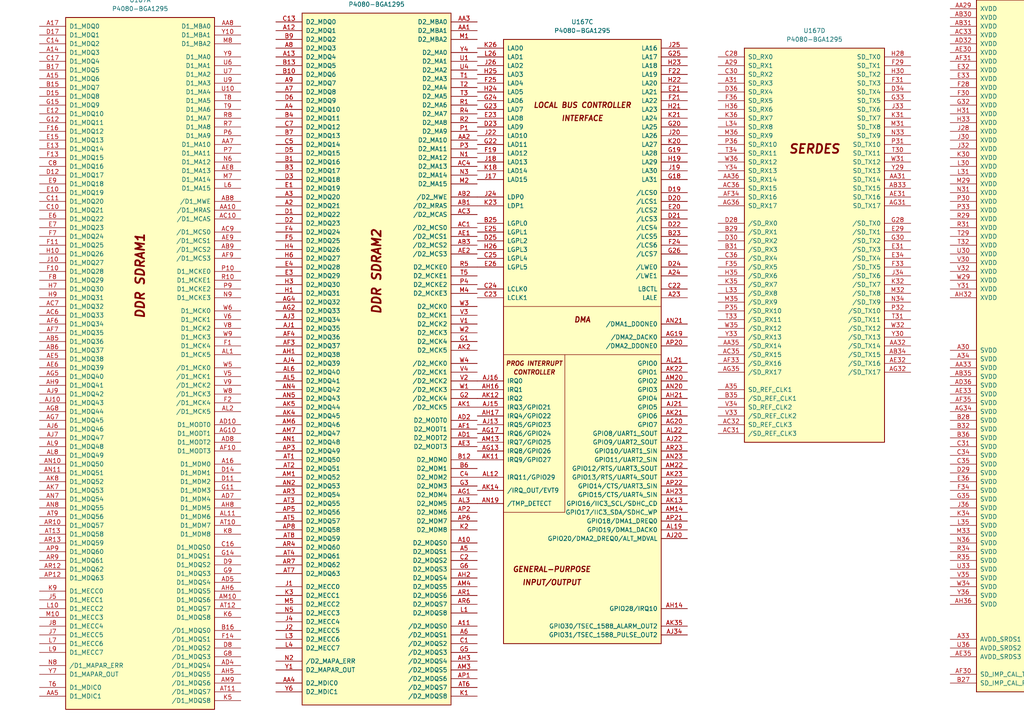
<source format=kicad_sch>
(kicad_sch (version 20250114) (generator "eeschema") (generator_version "9.0")
  (paper "A4")
  (lib_symbols
    (symbol "CPU:P4080-BGA1295" (pin_names (offset 1.016))
      (property "Reference" "U" (at 1.27 19.05 0))
      (property "Value" "P4080-BGA1295" (at 1.27 16.51 0))
      (symbol "P4080-BGA1295_1_1"
        (text "DDR SDRAM1" (at 1.27 26.67 900) (effects (font (size 2.54 2.54) (bold yes) (italic yes))))
        (pin bidirectional line (at -27.94 99.06 0) (length 7.62) (name "D1_MDQ0") (number "A17"))
        (pin bidirectional line (at -27.94 96.52 0) (length 7.62) (name "D1_MDQ1") (number "D17"))
        (pin bidirectional line (at -27.94 93.98 0) (length 7.62) (name "D1_MDQ2") (number "C14"))
        (pin bidirectional line (at -27.94 91.44 0) (length 7.62) (name "D1_MDQ3") (number "A14"))
        (pin bidirectional line (at -27.94 88.9 0) (length 7.62) (name "D1_MDQ4") (number "C17"))
        (pin bidirectional line (at -27.94 86.36 0) (length 7.62) (name "D1_MDQ5") (number "B17"))
        (pin bidirectional line (at -27.94 83.82 0) (length 7.62) (name "D1_MDQ6") (number "A15"))
        (pin bidirectional line (at -27.94 81.28 0) (length 7.62) (name "D1_MDQ7") (number "B15"))
        (pin bidirectional line (at -27.94 78.74 0) (length 7.62) (name "D1_MDQ8") (number "D15"))
        (pin bidirectional line (at -27.94 76.2 0) (length 7.62) (name "D1_MDQ9") (number "G15"))
        (pin bidirectional line (at -27.94 73.66 0) (length 7.62) (name "D1_MDQ10") (number "E12"))
        (pin bidirectional line (at -27.94 71.12 0) (length 7.62) (name "D1_MDQ11") (number "G12"))
        (pin bidirectional line (at -27.94 68.58 0) (length 7.62) (name "D1_MDQ12") (number "F16"))
        (pin bidirectional line (at -27.94 66.04 0) (length 7.62) (name "D1_MDQ13") (number "E15"))
        (pin bidirectional line (at -27.94 63.5 0) (length 7.62) (name "D1_MDQ14") (number "E13"))
        (pin bidirectional line (at -27.94 60.96 0) (length 7.62) (name "D1_MDQ15") (number "F13"))
        (pin bidirectional line (at -27.94 58.42 0) (length 7.62) (name "D1_MDQ16") (number "C8"))
        (pin bidirectional line (at -27.94 55.88 0) (length 7.62) (name "D1_MDQ17") (number "D12"))
        (pin bidirectional line (at -27.94 53.34 0) (length 7.62) (name "D1_MDQ18") (number "E9"))
        (pin bidirectional line (at -27.94 50.8 0) (length 7.62) (name "D1_MDQ19") (number "E10"))
        (pin bidirectional line (at -27.94 48.26 0) (length 7.62) (name "D1_MDQ20") (number "C11"))
        (pin bidirectional line (at -27.94 45.72 0) (length 7.62) (name "D1_MDQ21") (number "C10"))
        (pin bidirectional line (at -27.94 43.18 0) (length 7.62) (name "D1_MDQ22") (number "E6"))
        (pin bidirectional line (at -27.94 40.64 0) (length 7.62) (name "D1_MDQ23") (number "E7"))
        (pin bidirectional line (at -27.94 38.1 0) (length 7.62) (name "D1_MDQ24") (number "F7"))
        (pin bidirectional line (at -27.94 35.56 0) (length 7.62) (name "D1_MDQ25") (number "F11"))
        (pin bidirectional line (at -27.94 33.02 0) (length 7.62) (name "D1_MDQ26") (number "H10"))
        (pin bidirectional line (at -27.94 30.48 0) (length 7.62) (name "D1_MDQ27") (number "J10"))
        (pin bidirectional line (at -27.94 27.94 0) (length 7.62) (name "D1_MDQ28") (number "F10"))
        (pin bidirectional line (at -27.94 25.4 0) (length 7.62) (name "D1_MDQ29") (number "F8"))
        (pin bidirectional line (at -27.94 22.86 0) (length 7.62) (name "D1_MDQ30") (number "H7"))
        (pin bidirectional line (at -27.94 20.32 0) (length 7.62) (name "D1_MDQ31") (number "H9"))
        (pin bidirectional line (at -27.94 17.78 0) (length 7.62) (name "D1_MDQ32") (number "AC7"))
        (pin bidirectional line (at -27.94 15.24 0) (length 7.62) (name "D1_MDQ33") (number "AC6"))
        (pin bidirectional line (at -27.94 12.7 0) (length 7.62) (name "D1_MDQ34") (number "AF6"))
        (pin bidirectional line (at -27.94 10.16 0) (length 7.62) (name "D1_MDQ35") (number "AF7"))
        (pin bidirectional line (at -27.94 7.62 0) (length 7.62) (name "D1_MDQ36") (number "AB5"))
        (pin bidirectional line (at -27.94 5.08 0) (length 7.62) (name "D1_MDQ37") (number "AB6"))
        (pin bidirectional line (at -27.94 2.54 0) (length 7.62) (name "D1_MDQ38") (number "AE5"))
        (pin bidirectional line (at -27.94 0 0) (length 7.62) (name "D1_MDQ39") (number "AE6"))
        (pin bidirectional line (at -27.94 -2.54 0) (length 7.62) (name "D1_MDQ40") (number "AG5"))
        (pin bidirectional line (at -27.94 -5.08 0) (length 7.62) (name "D1_MDQ41") (number "AH9"))
        (pin bidirectional line (at -27.94 -7.62 0) (length 7.62) (name "D1_MDQ42") (number "AJ9"))
        (pin bidirectional line (at -27.94 -10.16 0) (length 7.62) (name "D1_MDQ43") (number "AJ10"))
        (pin bidirectional line (at -27.94 -12.7 0) (length 7.62) (name "D1_MDQ44") (number "AG8"))
        (pin bidirectional line (at -27.94 -15.24 0) (length 7.62) (name "D1_MDQ45") (number "AG7"))
        (pin bidirectional line (at -27.94 -17.78 0) (length 7.62) (name "D1_MDQ46") (number "AJ6"))
        (pin bidirectional line (at -27.94 -20.32 0) (length 7.62) (name "D1_MDQ47") (number "AJ7"))
        (pin bidirectional line (at -27.94 -22.86 0) (length 7.62) (name "D1_MDQ48") (number "AL9"))
        (pin bidirectional line (at -27.94 -25.4 0) (length 7.62) (name "D1_MDQ49") (number "AL8"))
        (pin bidirectional line (at -27.94 -27.94 0) (length 7.62) (name "D1_MDQ50") (number "AN10"))
        (pin bidirectional line (at -27.94 -30.48 0) (length 7.62) (name "D1_MDQ51") (number "AN11"))
        (pin bidirectional line (at -27.94 -33.02 0) (length 7.62) (name "D1_MDQ52") (number "AK8"))
        (pin bidirectional line (at -27.94 -35.56 0) (length 7.62) (name "D1_MDQ53") (number "AK7"))
        (pin bidirectional line (at -27.94 -38.1 0) (length 7.62) (name "D1_MDQ54") (number "AN7"))
        (pin bidirectional line (at -27.94 -40.64 0) (length 7.62) (name "D1_MDQ55") (number "AN8"))
        (pin bidirectional line (at -27.94 -43.18 0) (length 7.62) (name "D1_MDQ56") (number "AT9"))
        (pin bidirectional line (at -27.94 -45.72 0) (length 7.62) (name "D1_MDQ57") (number "AR10"))
        (pin bidirectional line (at -27.94 -48.26 0) (length 7.62) (name "D1_MDQ58") (number "AT13"))
        (pin bidirectional line (at -27.94 -50.8 0) (length 7.62) (name "D1_MDQ59") (number "AR13"))
        (pin bidirectional line (at -27.94 -53.34 0) (length 7.62) (name "D1_MDQ60") (number "AP9"))
        (pin bidirectional line (at -27.94 -55.88 0) (length 7.62) (name "D1_MDQ61") (number "AR9"))
        (pin bidirectional line (at -27.94 -58.42 0) (length 7.62) (name "D1_MDQ62") (number "AR12"))
        (pin bidirectional line (at -27.94 -60.96 0) (length 7.62) (name "D1_MDQ63") (number "AP12"))
        (pin bidirectional line (at -27.94 -64.77 0) (length 7.62) (name "D1_MECC0") (number "K9"))
        (pin bidirectional line (at -27.94 -67.31 0) (length 7.62) (name "D1_MECC1") (number "J5"))
        (pin bidirectional line (at -27.94 -69.85 0) (length 7.62) (name "D1_MECC2") (number "L10"))
        (pin bidirectional line (at -27.94 -72.39 0) (length 7.62) (name "D1_MECC3") (number "M10"))
        (pin bidirectional line (at -27.94 -74.93 0) (length 7.62) (name "D1_MECC4") (number "J8"))
        (pin bidirectional line (at -27.94 -77.47 0) (length 7.62) (name "D1_MECC5") (number "J7"))
        (pin bidirectional line (at -27.94 -80.01 0) (length 7.62) (name "D1_MECC6") (number "L7"))
        (pin bidirectional line (at -27.94 -82.55 0) (length 7.62) (name "D1_MECC7") (number "L9"))
        (pin input line (at -27.94 -86.36 0) (length 7.62) (name "/D1_MAPAR_ERR") (number "N8"))
        (pin output line (at -27.94 -88.9 0) (length 7.62) (name "D1_MAPAR_OUT") (number "Y7"))
        (pin bidirectional line (at -27.94 -92.71 0) (length 7.62) (name "D1_MDIC0") (number "T6"))
        (pin bidirectional line (at -27.94 -95.25 0) (length 7.62) (name "D1_MDIC1") (number "AA5"))
        (pin output line (at 30.48 99.06 180) (length 7.62) (name "D1_MBA0") (number "AA8"))
        (pin output line (at 30.48 96.52 180) (length 7.62) (name "D1_MBA1") (number "Y10"))
        (pin output line (at 30.48 93.98 180) (length 7.62) (name "D1_MBA2") (number "M8"))
        (pin output line (at 30.48 90.17 180) (length 7.62) (name "D1_MA0") (number "Y9"))
        (pin output line (at 30.48 87.63 180) (length 7.62) (name "D1_MA1") (number "U6"))
        (pin output line (at 30.48 85.09 180) (length 7.62) (name "D1_MA2") (number "U7"))
        (pin output line (at 30.48 82.55 180) (length 7.62) (name "D1_MA3") (number "U9"))
        (pin output line (at 30.48 80.01 180) (length 7.62) (name "D1_MA4") (number "U10"))
        (pin output line (at 30.48 77.47 180) (length 7.62) (name "D1_MA5") (number "T8"))
        (pin output line (at 30.48 74.93 180) (length 7.62) (name "D1_MA6") (number "T9"))
        (pin output line (at 30.48 72.39 180) (length 7.62) (name "D1_MA7") (number "R8"))
        (pin output line (at 30.48 69.85 180) (length 7.62) (name "D1_MA8") (number "R7"))
        (pin output line (at 30.48 67.31 180) (length 7.62) (name "D1_MA9") (number "P6"))
        (pin output line (at 30.48 64.77 180) (length 7.62) (name "D1_MA10") (number "AA7"))
        (pin output line (at 30.48 62.23 180) (length 7.62) (name "D1_MA11") (number "P7"))
        (pin output line (at 30.48 59.69 180) (length 7.62) (name "D1_MA12") (number "N6"))
        (pin output line (at 30.48 57.15 180) (length 7.62) (name "D1_MA13") (number "AE8"))
        (pin output line (at 30.48 54.61 180) (length 7.62) (name "D1_MA14") (number "M7"))
        (pin output line (at 30.48 52.07 180) (length 7.62) (name "D1_MA15") (number "L6"))
        (pin output line (at 30.48 48.26 180) (length 7.62) (name "/D1_MWE") (number "AB8"))
        (pin output line (at 30.48 45.72 180) (length 7.62) (name "/D1_MRAS") (number "AA10"))
        (pin output line (at 30.48 43.18 180) (length 7.62) (name "/D1_MCAS") (number "AC10"))
        (pin output line (at 30.48 39.37 180) (length 7.62) (name "/D1_MCS0") (number "AC9"))
        (pin output line (at 30.48 36.83 180) (length 7.62) (name "/D1_MCS1") (number "AE9"))
        (pin output line (at 30.48 34.29 180) (length 7.62) (name "/D1_MCS2") (number "AB9"))
        (pin output line (at 30.48 31.75 180) (length 7.62) (name "/D1_MCS3") (number "AF9"))
        (pin output line (at 30.48 27.94 180) (length 7.62) (name "D1_MCKE0") (number "P10"))
        (pin output line (at 30.48 25.4 180) (length 7.62) (name "D1_MCKE1") (number "R10"))
        (pin output line (at 30.48 22.86 180) (length 7.62) (name "D1_MCKE2") (number "P9"))
        (pin output line (at 30.48 20.32 180) (length 7.62) (name "D1_MCKE3") (number "N9"))
        (pin output line (at 30.48 16.51 180) (length 7.62) (name "D1_MCK0") (number "W6"))
        (pin output line (at 30.48 13.97 180) (length 7.62) (name "D1_MCK1") (number "V6"))
        (pin output line (at 30.48 11.43 180) (length 7.62) (name "D1_MCK2") (number "V8"))
        (pin output line (at 30.48 8.89 180) (length 7.62) (name "D1_MCK3") (number "W9"))
        (pin output line (at 30.48 6.35 180) (length 7.62) (name "D1_MCK4") (number "F1"))
        (pin output line (at 30.48 3.81 180) (length 7.62) (name "D1_MCK5") (number "AL1"))
        (pin output line (at 30.48 0 180) (length 7.62) (name "/D1_MCK0") (number "W5"))
        (pin output line (at 30.48 -2.54 180) (length 7.62) (name "/D1_MCK1") (number "V5"))
        (pin output line (at 30.48 -5.08 180) (length 7.62) (name "/D1_MCK2") (number "V9"))
        (pin output line (at 30.48 -7.62 180) (length 7.62) (name "/D1_MCK3") (number "W8"))
        (pin output line (at 30.48 -10.16 180) (length 7.62) (name "/D1_MCK4") (number "F2"))
        (pin output line (at 30.48 -12.7 180) (length 7.62) (name "/D1_MCK5") (number "AL2"))
        (pin output line (at 30.48 -16.51 180) (length 7.62) (name "D1_MODT0") (number "AD10"))
        (pin output line (at 30.48 -19.05 180) (length 7.62) (name "D1_MODT1") (number "AG10"))
        (pin output line (at 30.48 -21.59 180) (length 7.62) (name "D1_MODT2") (number "AD8"))
        (pin output line (at 30.48 -24.13 180) (length 7.62) (name "D1_MODT3") (number "AF10"))
        (pin output line (at 30.48 -27.94 180) (length 7.62) (name "D1_MDM0") (number "A16"))
        (pin output line (at 30.48 -30.48 180) (length 7.62) (name "D1_MDM1") (number "D14"))
        (pin output line (at 30.48 -33.02 180) (length 7.62) (name "D1_MDM2") (number "D11"))
        (pin output line (at 30.48 -35.56 180) (length 7.62) (name "D1_MDM3") (number "G11"))
        (pin output line (at 30.48 -38.1 180) (length 7.62) (name "D1_MDM4") (number "AD7"))
        (pin output line (at 30.48 -40.64 180) (length 7.62) (name "D1_MDM5") (number "AH8"))
        (pin output line (at 30.48 -43.18 180) (length 7.62) (name "D1_MDM6") (number "AL11"))
        (pin output line (at 30.48 -45.72 180) (length 7.62) (name "D1_MDM7") (number "AT10"))
        (pin output line (at 30.48 -48.26 180) (length 7.62) (name "D1_MDM8") (number "K8"))
        (pin bidirectional line (at 30.48 -52.07 180) (length 7.62) (name "D1_MDQS0") (number "C16"))
        (pin bidirectional line (at 30.48 -54.61 180) (length 7.62) (name "D1_MDQS1") (number "G14"))
        (pin bidirectional line (at 30.48 -57.15 180) (length 7.62) (name "D1_MDQS2") (number "D9"))
        (pin bidirectional line (at 30.48 -59.69 180) (length 7.62) (name "D1_MDQS3") (number "G9"))
        (pin bidirectional line (at 30.48 -62.23 180) (length 7.62) (name "D1_MDQS4") (number "AD5"))
        (pin bidirectional line (at 30.48 -64.77 180) (length 7.62) (name "D1_MDQS5") (number "AH6"))
        (pin bidirectional line (at 30.48 -67.31 180) (length 7.62) (name "D1_MDQS6") (number "AM10"))
        (pin bidirectional line (at 30.48 -69.85 180) (length 7.62) (name "D1_MDQS7") (number "AT12"))
        (pin bidirectional line (at 30.48 -72.39 180) (length 7.62) (name "D1_MDQS8") (number "K6"))
        (pin bidirectional line (at 30.48 -76.2 180) (length 7.62) (name "/D1_MDQS0") (number "B16"))
        (pin bidirectional line (at 30.48 -78.74 180) (length 7.62) (name "/D1_MDQS1") (number "F14"))
        (pin bidirectional line (at 30.48 -81.28 180) (length 7.62) (name "/D1_MDQS2") (number "D8"))
        (pin bidirectional line (at 30.48 -83.82 180) (length 7.62) (name "/D1_MDQS3") (number "G8"))
        (pin bidirectional line (at 30.48 -86.36 180) (length 7.62) (name "/D1_MDQS4") (number "AD4"))
        (pin bidirectional line (at 30.48 -88.9 180) (length 7.62) (name "/D1_MDQS5") (number "AH5"))
        (pin bidirectional line (at 30.48 -91.44 180) (length 7.62) (name "/D1_MDQS6") (number "AM9"))
        (pin bidirectional line (at 30.48 -93.98 180) (length 7.62) (name "/D1_MDQS7") (number "AT11"))
        (pin bidirectional line (at 30.48 -96.52 180) (length 7.62) (name "/D1_MDQS8") (number "K5"))
      )
      (symbol "P4080-BGA1295_2_1"
        (text "DDR SDRAM2" (at 1.27 26.67 900) (effects (font (size 2.54 2.54) (bold yes) (italic yes))))
        (pin bidirectional line (at -27.94 99.06 0) (length 7.62) (name "D2_MDQ0") (number "C13"))
        (pin bidirectional line (at -27.94 96.52 0) (length 7.62) (name "D2_MDQ1") (number "A12"))
        (pin bidirectional line (at -27.94 93.98 0) (length 7.62) (name "D2_MDQ2") (number "B9"))
        (pin bidirectional line (at -27.94 91.44 0) (length 7.62) (name "D2_MDQ3") (number "A8"))
        (pin bidirectional line (at -27.94 88.9 0) (length 7.62) (name "D2_MDQ4") (number "A13"))
        (pin bidirectional line (at -27.94 86.36 0) (length 7.62) (name "D2_MDQ5") (number "B13"))
        (pin bidirectional line (at -27.94 83.82 0) (length 7.62) (name "D2_MDQ6") (number "B10"))
        (pin bidirectional line (at -27.94 81.28 0) (length 7.62) (name "D2_MDQ7") (number "A9"))
        (pin bidirectional line (at -27.94 78.74 0) (length 7.62) (name "D2_MDQ8") (number "A7"))
        (pin bidirectional line (at -27.94 76.2 0) (length 7.62) (name "D2_MDQ9") (number "D6"))
        (pin bidirectional line (at -27.94 73.66 0) (length 7.62) (name "D2_MDQ10") (number "A4"))
        (pin bidirectional line (at -27.94 71.12 0) (length 7.62) (name "D2_MDQ11") (number "B4"))
        (pin bidirectional line (at -27.94 68.58 0) (length 7.62) (name "D2_MDQ12") (number "C7"))
        (pin bidirectional line (at -27.94 66.04 0) (length 7.62) (name "D2_MDQ13") (number "B7"))
        (pin bidirectional line (at -27.94 63.5 0) (length 7.62) (name "D2_MDQ14") (number "C5"))
        (pin bidirectional line (at -27.94 60.96 0) (length 7.62) (name "D2_MDQ15") (number "D5"))
        (pin bidirectional line (at -27.94 58.42 0) (length 7.62) (name "D2_MDQ16") (number "B1"))
        (pin bidirectional line (at -27.94 55.88 0) (length 7.62) (name "D2_MDQ17") (number "B3"))
        (pin bidirectional line (at -27.94 53.34 0) (length 7.62) (name "D2_MDQ18") (number "D3"))
        (pin bidirectional line (at -27.94 50.8 0) (length 7.62) (name "D2_MDQ19") (number "E1"))
        (pin bidirectional line (at -27.94 48.26 0) (length 7.62) (name "D2_MDQ20") (number "A3"))
        (pin bidirectional line (at -27.94 45.72 0) (length 7.62) (name "D2_MDQ21") (number "A2"))
        (pin bidirectional line (at -27.94 43.18 0) (length 7.62) (name "D2_MDQ22") (number "D1"))
        (pin bidirectional line (at -27.94 40.64 0) (length 7.62) (name "D2_MDQ23") (number "D2"))
        (pin bidirectional line (at -27.94 38.1 0) (length 7.62) (name "D2_MDQ24") (number "F4"))
        (pin bidirectional line (at -27.94 35.56 0) (length 7.62) (name "D2_MDQ25") (number "F5"))
        (pin bidirectional line (at -27.94 33.02 0) (length 7.62) (name "D2_MDQ26") (number "H4"))
        (pin bidirectional line (at -27.94 30.48 0) (length 7.62) (name "D2_MDQ27") (number "H6"))
        (pin bidirectional line (at -27.94 27.94 0) (length 7.62) (name "D2_MDQ28") (number "E4"))
        (pin bidirectional line (at -27.94 25.4 0) (length 7.62) (name "D2_MDQ29") (number "E3"))
        (pin bidirectional line (at -27.94 22.86 0) (length 7.62) (name "D2_MDQ30") (number "H3"))
        (pin bidirectional line (at -27.94 20.32 0) (length 7.62) (name "D2_MDQ31") (number "H1"))
        (pin bidirectional line (at -27.94 17.78 0) (length 7.62) (name "D2_MDQ32") (number "AG4"))
        (pin bidirectional line (at -27.94 15.24 0) (length 7.62) (name "D2_MDQ33") (number "AG2"))
        (pin bidirectional line (at -27.94 12.7 0) (length 7.62) (name "D2_MDQ34") (number "AJ3"))
        (pin bidirectional line (at -27.94 10.16 0) (length 7.62) (name "D2_MDQ35") (number "AJ1"))
        (pin bidirectional line (at -27.94 7.62 0) (length 7.62) (name "D2_MDQ36") (number "AF4"))
        (pin bidirectional line (at -27.94 5.08 0) (length 7.62) (name "D2_MDQ37") (number "AF3"))
        (pin bidirectional line (at -27.94 2.54 0) (length 7.62) (name "D2_MDQ38") (number "AH1"))
        (pin bidirectional line (at -27.94 0 0) (length 7.62) (name "D2_MDQ39") (number "AJ4"))
        (pin bidirectional line (at -27.94 -2.54 0) (length 7.62) (name "D2_MDQ40") (number "AL6"))
        (pin bidirectional line (at -27.94 -5.08 0) (length 7.62) (name "D2_MDQ41") (number "AL5"))
        (pin bidirectional line (at -27.94 -7.62 0) (length 7.62) (name "D2_MDQ42") (number "AN4"))
        (pin bidirectional line (at -27.94 -10.16 0) (length 7.62) (name "D2_MDQ43") (number "AN5"))
        (pin bidirectional line (at -27.94 -12.7 0) (length 7.62) (name "D2_MDQ44") (number "AK5"))
        (pin bidirectional line (at -27.94 -15.24 0) (length 7.62) (name "D2_MDQ45") (number "AK4"))
        (pin bidirectional line (at -27.94 -17.78 0) (length 7.62) (name "D2_MDQ46") (number "AM6"))
        (pin bidirectional line (at -27.94 -20.32 0) (length 7.62) (name "D2_MDQ47") (number "AM7"))
        (pin bidirectional line (at -27.94 -22.86 0) (length 7.62) (name "D2_MDQ48") (number "AN1"))
        (pin bidirectional line (at -27.94 -25.4 0) (length 7.62) (name "D2_MDQ49") (number "AP3"))
        (pin bidirectional line (at -27.94 -27.94 0) (length 7.62) (name "D2_MDQ50") (number "AT1"))
        (pin bidirectional line (at -27.94 -30.48 0) (length 7.62) (name "D2_MDQ51") (number "AT2"))
        (pin bidirectional line (at -27.94 -33.02 0) (length 7.62) (name "D2_MDQ52") (number "AM1"))
        (pin bidirectional line (at -27.94 -35.56 0) (length 7.62) (name "D2_MDQ53") (number "AN2"))
        (pin bidirectional line (at -27.94 -38.1 0) (length 7.62) (name "D2_MDQ54") (number "AR3"))
        (pin bidirectional line (at -27.94 -40.64 0) (length 7.62) (name "D2_MDQ55") (number "AT3"))
        (pin bidirectional line (at -27.94 -43.18 0) (length 7.62) (name "D2_MDQ56") (number "AP5"))
        (pin bidirectional line (at -27.94 -45.72 0) (length 7.62) (name "D2_MDQ57") (number "AT5"))
        (pin bidirectional line (at -27.94 -48.26 0) (length 7.62) (name "D2_MDQ58") (number "AP8"))
        (pin bidirectional line (at -27.94 -50.8 0) (length 7.62) (name "D2_MDQ59") (number "AT8"))
        (pin bidirectional line (at -27.94 -53.34 0) (length 7.62) (name "D2_MDQ60") (number "AR4"))
        (pin bidirectional line (at -27.94 -55.88 0) (length 7.62) (name "D2_MDQ61") (number "AT4"))
        (pin bidirectional line (at -27.94 -58.42 0) (length 7.62) (name "D2_MDQ62") (number "AR7"))
        (pin bidirectional line (at -27.94 -60.96 0) (length 7.62) (name "D2_MDQ63") (number "AT7"))
        (pin bidirectional line (at -27.94 -64.77 0) (length 7.62) (name "D2_MECC0") (number "J1"))
        (pin bidirectional line (at -27.94 -67.31 0) (length 7.62) (name "D2_MECC1") (number "K3"))
        (pin bidirectional line (at -27.94 -69.85 0) (length 7.62) (name "D2_MECC2") (number "M5"))
        (pin bidirectional line (at -27.94 -72.39 0) (length 7.62) (name "D2_MECC3") (number "N5"))
        (pin bidirectional line (at -27.94 -74.93 0) (length 7.62) (name "D2_MECC4") (number "J4"))
        (pin bidirectional line (at -27.94 -77.47 0) (length 7.62) (name "D2_MECC5") (number "J2"))
        (pin bidirectional line (at -27.94 -80.01 0) (length 7.62) (name "D2_MECC6") (number "L3"))
        (pin bidirectional line (at -27.94 -82.55 0) (length 7.62) (name "D2_MECC7") (number "L4"))
        (pin input line (at -27.94 -86.36 0) (length 7.62) (name "/D2_MAPA_ERR") (number "N2"))
        (pin output line (at -27.94 -88.9 0) (length 7.62) (name "D2_MAPAR_OUT") (number "Y1"))
        (pin bidirectional line (at -27.94 -92.71 0) (length 7.62) (name "D2_MDIC0") (number "AA4"))
        (pin bidirectional line (at -27.94 -95.25 0) (length 7.62) (name "D2_MDIC1") (number "Y6"))
        (pin output line (at 30.48 99.06 180) (length 7.62) (name "D2_MBA0") (number "AA3"))
        (pin output line (at 30.48 96.52 180) (length 7.62) (name "D2_MBA1") (number "AA1"))
        (pin output line (at 30.48 93.98 180) (length 7.62) (name "D2_MBA2") (number "M1"))
        (pin output line (at 30.48 90.17 180) (length 7.62) (name "D2_MA0") (number "Y4"))
        (pin output line (at 30.48 87.63 180) (length 7.62) (name "D2_MA1") (number "U1"))
        (pin output line (at 30.48 85.09 180) (length 7.62) (name "D2_MA2") (number "U4"))
        (pin output line (at 30.48 82.55 180) (length 7.62) (name "D2_MA3") (number "T1"))
        (pin output line (at 30.48 80.01 180) (length 7.62) (name "D2_MA4") (number "T2"))
        (pin output line (at 30.48 77.47 180) (length 7.62) (name "D2_MA5") (number "T3"))
        (pin output line (at 30.48 74.93 180) (length 7.62) (name "D2_MA6") (number "R1"))
        (pin output line (at 30.48 72.39 180) (length 7.62) (name "D2_MA7") (number "R4"))
        (pin output line (at 30.48 69.85 180) (length 7.62) (name "D2_MA8") (number "R2"))
        (pin output line (at 30.48 67.31 180) (length 7.62) (name "D2_MA9") (number "P1"))
        (pin output line (at 30.48 64.77 180) (length 7.62) (name "D2_MA10") (number "AA2"))
        (pin output line (at 30.48 62.23 180) (length 7.62) (name "D2_MA11") (number "P3"))
        (pin output line (at 30.48 59.69 180) (length 7.62) (name "D2_MA12") (number "N1"))
        (pin output line (at 30.48 57.15 180) (length 7.62) (name "D2_MA13") (number "AC4"))
        (pin output line (at 30.48 54.61 180) (length 7.62) (name "D2_MA14") (number "N3"))
        (pin output line (at 30.48 52.07 180) (length 7.62) (name "D2_MA15") (number "M2"))
        (pin output line (at 30.48 48.26 180) (length 7.62) (name "/D2_MWE") (number "AB2"))
        (pin output line (at 30.48 45.72 180) (length 7.62) (name "/D2_MRAS") (number "AB1"))
        (pin output line (at 30.48 43.18 180) (length 7.62) (name "/D2_MCAS") (number "AC3"))
        (pin output line (at 30.48 39.37 180) (length 7.62) (name "/D2_MCS0") (number "AC1"))
        (pin output line (at 30.48 36.83 180) (length 7.62) (name "/D2_MCS1") (number "AE1"))
        (pin output line (at 30.48 34.29 180) (length 7.62) (name "/D2_MCS2") (number "AB3"))
        (pin output line (at 30.48 31.75 180) (length 7.62) (name "/D2_MCS3") (number "AE2"))
        (pin output line (at 30.48 27.94 180) (length 7.62) (name "D2_MCKE0") (number "R5"))
        (pin output line (at 30.48 25.4 180) (length 7.62) (name "D2_MCKE1") (number "T5"))
        (pin output line (at 30.48 22.86 180) (length 7.62) (name "D2_MCKE2") (number "P4"))
        (pin output line (at 30.48 20.32 180) (length 7.62) (name "D2_MCKE3") (number "M4"))
        (pin output line (at 30.48 16.51 180) (length 7.62) (name "D2_MCK0") (number "W3"))
        (pin output line (at 30.48 13.97 180) (length 7.62) (name "D2_MCK1") (number "V3"))
        (pin output line (at 30.48 11.43 180) (length 7.62) (name "D2_MCK2") (number "V1"))
        (pin output line (at 30.48 8.89 180) (length 7.62) (name "D2_MCK3") (number "W2"))
        (pin output line (at 30.48 6.35 180) (length 7.62) (name "D2_MCK4") (number "G1"))
        (pin output line (at 30.48 3.81 180) (length 7.62) (name "D2_MCK5") (number "AK2"))
        (pin output line (at 30.48 0 180) (length 7.62) (name "/D2_MCK0") (number "W4"))
        (pin output line (at 30.48 -2.54 180) (length 7.62) (name "/D2_MCK1") (number "V4"))
        (pin output line (at 30.48 -5.08 180) (length 7.62) (name "/D2_MCK2") (number "V2"))
        (pin output line (at 30.48 -7.62 180) (length 7.62) (name "/D2_MCK3") (number "W1"))
        (pin output line (at 30.48 -10.16 180) (length 7.62) (name "/D2_MCK4") (number "G2"))
        (pin output line (at 30.48 -12.7 180) (length 7.62) (name "/D2_MCK5") (number "AK1"))
        (pin output line (at 30.48 -16.51 180) (length 7.62) (name "D2_MODT0") (number "AD2"))
        (pin output line (at 30.48 -19.05 180) (length 7.62) (name "D2_MODT1") (number "AF1"))
        (pin output line (at 30.48 -21.59 180) (length 7.62) (name "D2_MODT2") (number "AD1"))
        (pin output line (at 30.48 -24.13 180) (length 7.62) (name "D2_MODT3") (number "AE3"))
        (pin output line (at 30.48 -27.94 180) (length 7.62) (name "D2_MDM0") (number "B12"))
        (pin output line (at 30.48 -30.48 180) (length 7.62) (name "D2_MDM1") (number "B6"))
        (pin output line (at 30.48 -33.02 180) (length 7.62) (name "D2_MDM2") (number "C4"))
        (pin output line (at 30.48 -35.56 180) (length 7.62) (name "D2_MDM3") (number "G3"))
        (pin output line (at 30.48 -38.1 180) (length 7.62) (name "D2_MDM4") (number "AG1"))
        (pin output line (at 30.48 -40.64 180) (length 7.62) (name "D2_MDM5") (number "AL3"))
        (pin output line (at 30.48 -43.18 180) (length 7.62) (name "D2_MDM6") (number "AP2"))
        (pin output line (at 30.48 -45.72 180) (length 7.62) (name "D2_MDM7") (number "AP6"))
        (pin output line (at 30.48 -48.26 180) (length 7.62) (name "D2_MDM8") (number "K2"))
        (pin bidirectional line (at 30.48 -52.07 180) (length 7.62) (name "D2_MDQS0") (number "A10"))
        (pin bidirectional line (at 30.48 -54.61 180) (length 7.62) (name "D2_MDQS1") (number "A5"))
        (pin bidirectional line (at 30.48 -57.15 180) (length 7.62) (name "D2_MDQS2") (number "C2"))
        (pin bidirectional line (at 30.48 -59.69 180) (length 7.62) (name "D2_MDQS3") (number "G6"))
        (pin bidirectional line (at 30.48 -62.23 180) (length 7.62) (name "D2_MDQS4") (number "AH2"))
        (pin bidirectional line (at 30.48 -64.77 180) (length 7.62) (name "D2_MDQS5") (number "AM4"))
        (pin bidirectional line (at 30.48 -67.31 180) (length 7.62) (name "D2_MDQS6") (number "AR1"))
        (pin bidirectional line (at 30.48 -69.85 180) (length 7.62) (name "D2_MDQS7") (number "AR6"))
        (pin bidirectional line (at 30.48 -72.39 180) (length 7.62) (name "D2_MDQS8") (number "L1"))
        (pin bidirectional line (at 30.48 -76.2 180) (length 7.62) (name "/D2_MDQS0") (number "A11"))
        (pin bidirectional line (at 30.48 -78.74 180) (length 7.62) (name "/D2_MDQS1") (number "A6"))
        (pin bidirectional line (at 30.48 -81.28 180) (length 7.62) (name "/D2_MDQS2") (number "C1"))
        (pin bidirectional line (at 30.48 -83.82 180) (length 7.62) (name "/D2_MDQS3") (number "G5"))
        (pin bidirectional line (at 30.48 -86.36 180) (length 7.62) (name "/D2_MDQS4") (number "AH3"))
        (pin bidirectional line (at 30.48 -88.9 180) (length 7.62) (name "/D2_MDQS5") (number "AM3"))
        (pin bidirectional line (at 30.48 -91.44 180) (length 7.62) (name "/D2_MDQS6") (number "AP1"))
        (pin bidirectional line (at 30.48 -93.98 180) (length 7.62) (name "/D2_MDQS7") (number "AT6"))
        (pin bidirectional line (at 30.48 -96.52 180) (length 7.62) (name "/D2_MDQS8") (number "K1"))
      )
      (symbol "P4080-BGA1295_3_1"
        (text "PROG INTERRUPT" (at -13.97 -5.08 0) (effects (font (size 1.27 1.27) (bold yes) (italic yes))))
        (text "CONTROLLER" (at -13.97 -7.62 0) (effects (font (size 1.27 1.27) (bold yes) (italic yes))))
        (text "GENERAL-PURPOSE" (at -8.89 -64.77 0) (effects (font (size 1.524 1.524) (bold yes) (italic yes))))
        (text "INPUT/OUTPUT" (at -8.89 -68.58 0) (effects (font (size 1.524 1.524) (bold yes) (italic yes))))
        (text "LOCAL BUS CONTROLLER" (at 0 69.85 0) (effects (font (size 1.524 1.524) (bold yes) (italic yes))))
        (text "INTERFACE" (at 0 66.04 0) (effects (font (size 1.524 1.524) (bold yes) (italic yes))))
        (text "DMA" (at 0 7.62 0) (effects (font (size 1.524 1.524) (bold yes) (italic yes))))
        (pin bidirectional line (at -30.48 86.36 0) (length 7.62) (name "LAD0") (number "K26"))
        (pin bidirectional line (at -30.48 83.82 0) (length 7.62) (name "LAD1") (number "L26"))
        (pin bidirectional line (at -30.48 81.28 0) (length 7.62) (name "LAD2") (number "J26"))
        (pin bidirectional line (at -30.48 78.74 0) (length 7.62) (name "LAD3") (number "H25"))
        (pin bidirectional line (at -30.48 76.2 0) (length 7.62) (name "LAD4") (number "F25"))
        (pin bidirectional line (at -30.48 73.66 0) (length 7.62) (name "LAD5") (number "H24"))
        (pin bidirectional line (at -30.48 71.12 0) (length 7.62) (name "LAD6") (number "G24"))
        (pin bidirectional line (at -30.48 68.58 0) (length 7.62) (name "LAD7") (number "G23"))
        (pin bidirectional line (at -30.48 66.04 0) (length 7.62) (name "LAD8") (number "E23"))
        (pin bidirectional line (at -30.48 63.5 0) (length 7.62) (name "LAD9") (number "D23"))
        (pin bidirectional line (at -30.48 60.96 0) (length 7.62) (name "LAD10") (number "J22"))
        (pin bidirectional line (at -30.48 58.42 0) (length 7.62) (name "LAD11") (number "G22"))
        (pin bidirectional line (at -30.48 55.88 0) (length 7.62) (name "LAD12") (number "F19"))
        (pin bidirectional line (at -30.48 53.34 0) (length 7.62) (name "LAD13") (number "J18"))
        (pin bidirectional line (at -30.48 50.8 0) (length 7.62) (name "LAD14") (number "K18"))
        (pin bidirectional line (at -30.48 48.26 0) (length 7.62) (name "LAD15") (number "J17"))
        (pin bidirectional line (at -30.48 43.18 0) (length 7.62) (name "LDP0") (number "J24"))
        (pin bidirectional line (at -30.48 40.64 0) (length 7.62) (name "LDP1") (number "K23"))
        (pin output line (at -30.48 35.56 0) (length 7.62) (name "LGPL0") (number "B25"))
        (pin output line (at -30.48 33.02 0) (length 7.62) (name "LGPL1") (number "E25"))
        (pin output line (at -30.48 30.48 0) (length 7.62) (name "LGPL2") (number "D25"))
        (pin output line (at -30.48 27.94 0) (length 7.62) (name "LGPL3") (number "H26"))
        (pin bidirectional line (at -30.48 25.4 0) (length 7.62) (name "LGPL4") (number "C25"))
        (pin output line (at -30.48 22.86 0) (length 7.62) (name "LGPL5") (number "E26"))
        (pin output line (at -30.48 16.51 0) (length 7.62) (name "LCLK0") (number "C24"))
        (pin output line (at -30.48 13.97 0) (length 7.62) (name "LCLK1") (number "C23"))
        (pin input line (at -30.48 -10.16 0) (length 7.62) (name "IRQ0") (number "AJ16"))
        (pin input line (at -30.48 -12.7 0) (length 7.62) (name "IRQ1") (number "AH16"))
        (pin input line (at -30.48 -15.24 0) (length 7.62) (name "IRQ2") (number "AK12"))
        (pin input line (at -30.48 -17.78 0) (length 7.62) (name "IRQ3/GPIO21") (number "AJ15"))
        (pin input line (at -30.48 -20.32 0) (length 7.62) (name "IRQ4/GPIO22") (number "AH17"))
        (pin input line (at -30.48 -22.86 0) (length 7.62) (name "IRQ5/GPIO23") (number "AJ13"))
        (pin input line (at -30.48 -25.4 0) (length 7.62) (name "IRQ6/GPIO24") (number "AG17"))
        (pin input line (at -30.48 -27.94 0) (length 7.62) (name "IRQ7/GPIO25") (number "AM13"))
        (pin input line (at -30.48 -30.48 0) (length 7.62) (name "IRQ8/GPIO26") (number "AG13"))
        (pin input line (at -30.48 -33.02 0) (length 7.62) (name "IRQ9/GPIO27") (number "AK11"))
        (pin input line (at -30.48 -38.1 0) (length 7.62) (name "IRQ11/GPIO29") (number "AL12"))
        (pin output line (at -30.48 -41.91 0) (length 7.62) (name "/IRQ_OUT/EVT9") (number "AK14"))
        (pin input line (at -30.48 -45.72 0) (length 7.62) (name "/TMP_DETECT") (number "AN19"))
        (pin output line (at 30.48 86.36 180) (length 7.62) (name "LA16") (number "J25"))
        (pin output line (at 30.48 83.82 180) (length 7.62) (name "LA17") (number "G25"))
        (pin output line (at 30.48 81.28 180) (length 7.62) (name "LA18") (number "H23"))
        (pin output line (at 30.48 78.74 180) (length 7.62) (name "LA19") (number "F22"))
        (pin output line (at 30.48 76.2 180) (length 7.62) (name "LA20") (number "H22"))
        (pin output line (at 30.48 73.66 180) (length 7.62) (name "LA21") (number "E21"))
        (pin output line (at 30.48 71.12 180) (length 7.62) (name "LA22") (number "F21"))
        (pin output line (at 30.48 68.58 180) (length 7.62) (name "LA23") (number "H21"))
        (pin output line (at 30.48 66.04 180) (length 7.62) (name "LA24") (number "K21"))
        (pin output line (at 30.48 63.5 180) (length 7.62) (name "LA25") (number "G20"))
        (pin output line (at 30.48 60.96 180) (length 7.62) (name "LA26") (number "J20"))
        (pin output line (at 30.48 58.42 180) (length 7.62) (name "LA27") (number "K20"))
        (pin output line (at 30.48 55.88 180) (length 7.62) (name "LA28") (number "G19"))
        (pin output line (at 30.48 53.34 180) (length 7.62) (name "LA29") (number "H19"))
        (pin output line (at 30.48 50.8 180) (length 7.62) (name "LA30") (number "J19"))
        (pin output line (at 30.48 48.26 180) (length 7.62) (name "LA31") (number "G18"))
        (pin output line (at 30.48 44.45 180) (length 7.62) (name "/LCS0") (number "D19"))
        (pin output line (at 30.48 41.91 180) (length 7.62) (name "/LCS1") (number "D20"))
        (pin output line (at 30.48 39.37 180) (length 7.62) (name "/LCS2") (number "E20"))
        (pin output line (at 30.48 36.83 180) (length 7.62) (name "/LCS3") (number "D21"))
        (pin output line (at 30.48 34.29 180) (length 7.62) (name "/LCS4") (number "D22"))
        (pin output line (at 30.48 31.75 180) (length 7.62) (name "/LCS5") (number "B23"))
        (pin output line (at 30.48 29.21 180) (length 7.62) (name "/LCS6") (number "F24"))
        (pin output line (at 30.48 26.67 180) (length 7.62) (name "/LCS7") (number "G26"))
        (pin output line (at 30.48 22.86 180) (length 7.62) (name "/LWE0") (number "D24"))
        (pin output line (at 30.48 20.32 180) (length 7.62) (name "/LWE1") (number "A24"))
        (pin output line (at 30.48 16.51 180) (length 7.62) (name "LBCTL") (number "C22"))
        (pin bidirectional line (at 30.48 13.97 180) (length 7.62) (name "LALE") (number "A23"))
        (pin output line (at 30.48 6.35 180) (length 7.62) (name "/DMA1_DDONE0") (number "AN21"))
        (pin output line (at 30.48 2.54 180) (length 7.62) (name "/DMA2_DACK0") (number "AG19"))
        (pin output line (at 30.48 0 180) (length 7.62) (name "/DMA2_DDONE0") (number "AP20"))
        (pin bidirectional line (at 30.48 -5.08 180) (length 7.62) (name "GPIO0") (number "AL21"))
        (pin bidirectional line (at 30.48 -7.62 180) (length 7.62) (name "GPIO1") (number "AK22"))
        (pin bidirectional line (at 30.48 -10.16 180) (length 7.62) (name "GPIO2") (number "AM20"))
        (pin bidirectional line (at 30.48 -12.7 180) (length 7.62) (name "GPIO3") (number "AN20"))
        (pin bidirectional line (at 30.48 -15.24 180) (length 7.62) (name "GPIO4") (number "AH21"))
        (pin bidirectional line (at 30.48 -17.78 180) (length 7.62) (name "GPIO5") (number "AJ21"))
        (pin bidirectional line (at 30.48 -20.32 180) (length 7.62) (name "GPIO6") (number "AK21"))
        (pin bidirectional line (at 30.48 -22.86 180) (length 7.62) (name "GPIO7") (number "AG20"))
        (pin bidirectional line (at 30.48 -25.4 180) (length 7.62) (name "GPIO8/UART1_SOUT") (number "AL22"))
        (pin bidirectional line (at 30.48 -27.94 180) (length 7.62) (name "GPIO9/UART2_SOUT") (number "AJ22"))
        (pin bidirectional line (at 30.48 -30.48 180) (length 7.62) (name "GPIO10/UART1_SIN") (number "AR23"))
        (pin bidirectional line (at 30.48 -33.02 180) (length 7.62) (name "GPIO11/UART2_SIN") (number "AN23"))
        (pin bidirectional line (at 30.48 -35.56 180) (length 7.62) (name "GPIO12/RTS/UART3_SOUT") (number "AM22"))
        (pin bidirectional line (at 30.48 -38.1 180) (length 7.62) (name "GPIO13/RTS/UART4_SOUT") (number "AK23"))
        (pin bidirectional line (at 30.48 -40.64 180) (length 7.62) (name "GPIO14/CTS/UART3_SIN") (number "AP22"))
        (pin bidirectional line (at 30.48 -43.18 180) (length 7.62) (name "GPIO15/CTS/UART4_SIN") (number "AH23"))
        (pin bidirectional line (at 30.48 -45.72 180) (length 7.62) (name "GPIO16/IIC3_SCL/SDHC_CD") (number "AK13"))
        (pin bidirectional line (at 30.48 -48.26 180) (length 7.62) (name "GPIO17/IIC3_SDA/SDHC_WP") (number "AM14"))
        (pin bidirectional line (at 30.48 -50.8 180) (length 7.62) (name "GPIO18/DMA1_DREQ0") (number "AP21"))
        (pin bidirectional line (at 30.48 -53.34 180) (length 7.62) (name "GPIO19/DMA1_DACK0") (number "AL19"))
        (pin bidirectional line (at 30.48 -55.88 180) (length 7.62) (name "GPIO20/DMA2_DREQ0/ALT_MDVAL") (number "AJ20"))
        (pin bidirectional line (at 30.48 -76.2 180) (length 7.62) (name "GPIO28/IRQ10") (number "AH14"))
        (pin bidirectional line (at 30.48 -81.28 180) (length 7.62) (name "GPIO30/TSEC_1588_ALARM_OUT2") (number "AK35"))
        (pin bidirectional line (at 30.48 -83.82 180) (length 7.62) (name "GPIO31/TSEC_1588_PULSE_OUT2") (number "AJ34"))
      )
      (symbol "P4080-BGA1295_4_1"
        (text "SERDES" (at 0 29.21 0) (effects (font (size 2.54 2.54) (bold yes) (italic yes))))
        (pin input line (at -27.94 55.88 0) (length 7.62) (name "SD_RX0") (number "C28"))
        (pin input line (at -27.94 53.34 0) (length 7.62) (name "SD_RX1") (number "A29"))
        (pin input line (at -27.94 50.8 0) (length 7.62) (name "SD_RX2") (number "C30"))
        (pin input line (at -27.94 48.26 0) (length 7.62) (name "SD_RX3") (number "A31"))
        (pin input line (at -27.94 45.72 0) (length 7.62) (name "SD_RX4") (number "D36"))
        (pin input line (at -27.94 43.18 0) (length 7.62) (name "SD_RX5") (number "F36"))
        (pin input line (at -27.94 40.64 0) (length 7.62) (name "SD_RX6") (number "H36"))
        (pin input line (at -27.94 38.1 0) (length 7.62) (name "SD_RX7") (number "K36"))
        (pin input line (at -27.94 35.56 0) (length 7.62) (name "SD_RX8") (number "L34"))
        (pin input line (at -27.94 33.02 0) (length 7.62) (name "SD_RX9") (number "M36"))
        (pin input line (at -27.94 30.48 0) (length 7.62) (name "SD_RX10") (number "P36"))
        (pin input line (at -27.94 27.94 0) (length 7.62) (name "SD_RX11") (number "T34"))
        (pin input line (at -27.94 25.4 0) (length 7.62) (name "SD_RX12") (number "W36"))
        (pin input line (at -27.94 22.86 0) (length 7.62) (name "SD_RX13") (number "Y34"))
        (pin input line (at -27.94 20.32 0) (length 7.62) (name "SD_RX14") (number "AA36"))
        (pin input line (at -27.94 17.78 0) (length 7.62) (name "SD_RX15") (number "AC36"))
        (pin input line (at -27.94 15.24 0) (length 7.62) (name "SD_RX16") (number "AF34"))
        (pin input line (at -27.94 12.7 0) (length 7.62) (name "SD_RX17") (number "AG36"))
        (pin input line (at -27.94 7.62 0) (length 7.62) (name "/SD_RX0") (number "D28"))
        (pin input line (at -27.94 5.08 0) (length 7.62) (name "/SD_RX1") (number "B29"))
        (pin input line (at -27.94 2.54 0) (length 7.62) (name "/SD_RX2") (number "D30"))
        (pin input line (at -27.94 0 0) (length 7.62) (name "/SD_RX3") (number "B31"))
        (pin input line (at -27.94 -2.54 0) (length 7.62) (name "/SD_RX4") (number "C36"))
        (pin input line (at -27.94 -5.08 0) (length 7.62) (name "/SD_RX5") (number "F35"))
        (pin input line (at -27.94 -7.62 0) (length 7.62) (name "/SD_RX6") (number "H35"))
        (pin input line (at -27.94 -10.16 0) (length 7.62) (name "/SD_RX7") (number "K35"))
        (pin input line (at -27.94 -12.7 0) (length 7.62) (name "/SD_RX8") (number "L33"))
        (pin input line (at -27.94 -15.24 0) (length 7.62) (name "/SD_RX9") (number "M35"))
        (pin input line (at -27.94 -17.78 0) (length 7.62) (name "/SD_RX10") (number "P35"))
        (pin input line (at -27.94 -20.32 0) (length 7.62) (name "/SD_RX11") (number "T33"))
        (pin input line (at -27.94 -22.86 0) (length 7.62) (name "/SD_RX12") (number "W35"))
        (pin input line (at -27.94 -25.4 0) (length 7.62) (name "/SD_RX13") (number "Y33"))
        (pin input line (at -27.94 -27.94 0) (length 7.62) (name "/SD_RX14") (number "AA35"))
        (pin input line (at -27.94 -30.48 0) (length 7.62) (name "/SD_RX15") (number "AC35"))
        (pin input line (at -27.94 -33.02 0) (length 7.62) (name "/SD_RX16") (number "AF33"))
        (pin input line (at -27.94 -35.56 0) (length 7.62) (name "/SD_RX17") (number "AG35"))
        (pin input line (at -27.94 -40.64 0) (length 7.62) (name "SD_REF_CLK1") (number "A35"))
        (pin input line (at -27.94 -43.18 0) (length 7.62) (name "/SD_REF_CLK1") (number "B35"))
        (pin input line (at -27.94 -45.72 0) (length 7.62) (name "SD_REF_CLK2") (number "V34"))
        (pin input line (at -27.94 -48.26 0) (length 7.62) (name "/SD_REF_CLK2") (number "V33"))
        (pin input line (at -27.94 -50.8 0) (length 7.62) (name "SD_REF_CLK3") (number "AC32"))
        (pin input line (at -27.94 -53.34 0) (length 7.62) (name "/SD_REF_CLK3") (number "AC31"))
        (pin output line (at 27.94 55.88 180) (length 7.62) (name "SD_TX0") (number "H28"))
        (pin output line (at 27.94 53.34 180) (length 7.62) (name "SD_TX1") (number "F29"))
        (pin output line (at 27.94 50.8 180) (length 7.62) (name "SD_TX2") (number "H30"))
        (pin output line (at 27.94 48.26 180) (length 7.62) (name "SD_TX3") (number "F31"))
        (pin output line (at 27.94 45.72 180) (length 7.62) (name "SD_TX4") (number "D34"))
        (pin output line (at 27.94 43.18 180) (length 7.62) (name "SD_TX5") (number "G33"))
        (pin output line (at 27.94 40.64 180) (length 7.62) (name "SD_TX6") (number "J33"))
        (pin output line (at 27.94 38.1 180) (length 7.62) (name "SD_TX7") (number "K31"))
        (pin output line (at 27.94 35.56 180) (length 7.62) (name "SD_TX8") (number "M31"))
        (pin output line (at 27.94 33.02 180) (length 7.62) (name "SD_TX9") (number "N33"))
        (pin output line (at 27.94 30.48 180) (length 7.62) (name "SD_TX10") (number "P31"))
        (pin output line (at 27.94 27.94 180) (length 7.62) (name "SD_TX11") (number "T30"))
        (pin output line (at 27.94 25.4 180) (length 7.62) (name "SD_TX12") (number "W31"))
        (pin output line (at 27.94 22.86 180) (length 7.62) (name "SD_TX13") (number "Y29"))
        (pin output line (at 27.94 20.32 180) (length 7.62) (name "SD_TX14") (number "AA31"))
        (pin output line (at 27.94 17.78 180) (length 7.62) (name "SD_TX15") (number "AB33"))
        (pin output line (at 27.94 15.24 180) (length 7.62) (name "SD_TX16") (number "AE31"))
        (pin output line (at 27.94 12.7 180) (length 7.62) (name "SD_TX17") (number "AG31"))
        (pin output line (at 27.94 7.62 180) (length 7.62) (name "/SD_TX0") (number "G28"))
        (pin output line (at 27.94 5.08 180) (length 7.62) (name "/SD_TX1") (number "E29"))
        (pin output line (at 27.94 2.54 180) (length 7.62) (name "/SD_TX2") (number "G30"))
        (pin output line (at 27.94 0 180) (length 7.62) (name "/SD_TX3") (number "E31"))
        (pin output line (at 27.94 -2.54 180) (length 7.62) (name "/SD_TX4") (number "E34"))
        (pin output line (at 27.94 -5.08 180) (length 7.62) (name "/SD_TX5") (number "F33"))
        (pin output line (at 27.94 -7.62 180) (length 7.62) (name "/SD_TX6") (number "J34"))
        (pin output line (at 27.94 -10.16 180) (length 7.62) (name "/SD_TX7") (number "K32"))
        (pin output line (at 27.94 -12.7 180) (length 7.62) (name "/SD_TX8") (number "M32"))
        (pin output line (at 27.94 -15.24 180) (length 7.62) (name "/SD_TX9") (number "N34"))
        (pin output line (at 27.94 -17.78 180) (length 7.62) (name "/SD_TX10") (number "P32"))
        (pin output line (at 27.94 -20.32 180) (length 7.62) (name "/SD_TX11") (number "T31"))
        (pin output line (at 27.94 -22.86 180) (length 7.62) (name "/SD_TX12") (number "W32"))
        (pin output line (at 27.94 -25.4 180) (length 7.62) (name "/SD_TX13") (number "Y30"))
        (pin output line (at 27.94 -27.94 180) (length 7.62) (name "/SD_TX14") (number "AA32"))
        (pin output line (at 27.94 -30.48 180) (length 7.62) (name "/SD_TX15") (number "AB34"))
        (pin output line (at 27.94 -33.02 180) (length 7.62) (name "/SD_TX16") (number "AE32"))
        (pin output line (at 27.94 -35.56 180) (length 7.62) (name "/SD_TX17") (number "AG32"))
      )
      (symbol "P4080-BGA1295_5_1"
        (text "POWER PINS SERDES" (at 0 39.37 900) (effects (font (size 2.54 2.54) (bold yes) (italic yes))))
        (pin power_in line (at -25.4 99.06 0) (length 7.62) (name "XVDD") (number "AA29"))
        (pin power_in line (at -25.4 96.52 0) (length 7.62) (name "XVDD") (number "AB30"))
        (pin power_in line (at -25.4 93.98 0) (length 7.62) (name "XVDD") (number "AB31"))
        (pin power_in line (at -25.4 91.44 0) (length 7.62) (name "XVDD") (number "AC33"))
        (pin power_in line (at -25.4 88.9 0) (length 7.62) (name "XVDD") (number "AD32"))
        (pin power_in line (at -25.4 86.36 0) (length 7.62) (name "XVDD") (number "AE30"))
        (pin power_in line (at -25.4 83.82 0) (length 7.62) (name "XVDD") (number "AF31"))
        (pin power_in line (at -25.4 81.28 0) (length 7.62) (name "XVDD") (number "E32"))
        (pin power_in line (at -25.4 78.74 0) (length 7.62) (name "XVDD") (number "E33"))
        (pin power_in line (at -25.4 76.2 0) (length 7.62) (name "XVDD") (number "F28"))
        (pin power_in line (at -25.4 73.66 0) (length 7.62) (name "XVDD") (number "F30"))
        (pin power_in line (at -25.4 71.12 0) (length 7.62) (name "XVDD") (number "G32"))
        (pin power_in line (at -25.4 68.58 0) (length 7.62) (name "XVDD") (number "H31"))
        (pin power_in line (at -25.4 66.04 0) (length 7.62) (name "XVDD") (number "H33"))
        (pin power_in line (at -25.4 63.5 0) (length 7.62) (name "XVDD") (number "J28"))
        (pin power_in line (at -25.4 60.96 0) (length 7.62) (name "XVDD") (number "J30"))
        (pin power_in line (at -25.4 58.42 0) (length 7.62) (name "XVDD") (number "J32"))
        (pin power_in line (at -25.4 55.88 0) (length 7.62) (name "XVDD") (number "K30"))
        (pin power_in line (at -25.4 53.34 0) (length 7.62) (name "XVDD") (number "L30"))
        (pin power_in line (at -25.4 50.8 0) (length 7.62) (name "XVDD") (number "L31"))
        (pin power_in line (at -25.4 48.26 0) (length 7.62) (name "XVDD") (number "M29"))
        (pin power_in line (at -25.4 45.72 0) (length 7.62) (name "XVDD") (number "N31"))
        (pin power_in line (at -25.4 43.18 0) (length 7.62) (name "XVDD") (number "P30"))
        (pin power_in line (at -25.4 40.64 0) (length 7.62) (name "XVDD") (number "P33"))
        (pin power_in line (at -25.4 38.1 0) (length 7.62) (name "XVDD") (number "R29"))
        (pin power_in line (at -25.4 35.56 0) (length 7.62) (name "XVDD") (number "R31"))
        (pin power_in line (at -25.4 33.02 0) (length 7.62) (name "XVDD") (number "T29"))
        (pin power_in line (at -25.4 30.48 0) (length 7.62) (name "XVDD") (number "T32"))
        (pin power_in line (at -25.4 27.94 0) (length 7.62) (name "XVDD") (number "U30"))
        (pin power_in line (at -25.4 25.4 0) (length 7.62) (name "XVDD") (number "V30"))
        (pin power_in line (at -25.4 22.86 0) (length 7.62) (name "XVDD") (number "V32"))
        (pin power_in line (at -25.4 20.32 0) (length 7.62) (name "XVDD") (number "W29"))
        (pin power_in line (at -25.4 17.78 0) (length 7.62) (name "XVDD") (number "Y31"))
        (pin power_in line (at -25.4 15.24 0) (length 7.62) (name "XVDD") (number "AH32"))
        (pin power_in line (at -25.4 0 0) (length 7.62) (name "SVDD") (number "A30"))
        (pin power_in line (at -25.4 -2.54 0) (length 7.62) (name "SVDD") (number "A34"))
        (pin power_in line (at -25.4 -5.08 0) (length 7.62) (name "SVDD") (number "AA33"))
        (pin power_in line (at -25.4 -7.62 0) (length 7.62) (name "SVDD") (number "AB35"))
        (pin power_in line (at -25.4 -10.16 0) (length 7.62) (name "SVDD") (number "AD36"))
        (pin power_in line (at -25.4 -12.7 0) (length 7.62) (name "SVDD") (number "AE33"))
        (pin power_in line (at -25.4 -15.24 0) (length 7.62) (name "SVDD") (number "AF35"))
        (pin power_in line (at -25.4 -17.78 0) (length 7.62) (name "SVDD") (number "AG34"))
        (pin power_in line (at -25.4 -20.32 0) (length 7.62) (name "SVDD") (number "B28"))
        (pin power_in line (at -25.4 -22.86 0) (length 7.62) (name "SVDD") (number "B32"))
        (pin power_in line (at -25.4 -25.4 0) (length 7.62) (name "SVDD") (number "B36"))
        (pin power_in line (at -25.4 -27.94 0) (length 7.62) (name "SVDD") (number "C31"))
        (pin power_in line (at -25.4 -30.48 0) (length 7.62) (name "SVDD") (number "C34"))
        (pin power_in line (at -25.4 -33.02 0) (length 7.62) (name "SVDD") (number "C35"))
        (pin power_in line (at -25.4 -35.56 0) (length 7.62) (name "SVDD") (number "D29"))
        (pin power_in line (at -25.4 -38.1 0) (length 7.62) (name "SVDD") (number "E36"))
        (pin power_in line (at -25.4 -40.64 0) (length 7.62) (name "SVDD") (number "F34"))
        (pin power_in line (at -25.4 -43.18 0) (length 7.62) (name "SVDD") (number "G35"))
        (pin power_in line (at -25.4 -45.72 0) (length 7.62) (name "SVDD") (number "J36"))
        (pin power_in line (at -25.4 -48.26 0) (length 7.62) (name "SVDD") (number "K34"))
        (pin power_in line (at -25.4 -50.8 0) (length 7.62) (name "SVDD") (number "L35"))
        (pin power_in line (at -25.4 -53.34 0) (length 7.62) (name "SVDD") (number "M33"))
        (pin power_in line (at -25.4 -55.88 0) (length 7.62) (name "SVDD") (number "N36"))
        (pin power_in line (at -25.4 -58.42 0) (length 7.62) (name "SVDD") (number "R34"))
        (pin power_in line (at -25.4 -60.96 0) (length 7.62) (name "SVDD") (number "R35"))
        (pin power_in line (at -25.4 -63.5 0) (length 7.62) (name "SVDD") (number "U33"))
        (pin power_in line (at -25.4 -66.04 0) (length 7.62) (name "SVDD") (number "V35"))
        (pin power_in line (at -25.4 -68.58 0) (length 7.62) (name "SVDD") (number "W34"))
        (pin power_in line (at -25.4 -71.12 0) (length 7.62) (name "SVDD") (number "Y36"))
        (pin power_in line (at -25.4 -73.66 0) (length 7.62) (name "SVDD") (number "AH36"))
        (pin power_in line (at -25.4 -83.82 0) (length 7.62) (name "AVDD_SRDS1") (number "A33"))
        (pin power_in line (at -25.4 -86.36 0) (length 7.62) (name "AVDD_SRDS2") (number "U36"))
        (pin power_in line (at -25.4 -88.9 0) (length 7.62) (name "AVDD_SRDS3") (number "AE35"))
        (pin input line (at -25.4 -93.98 0) (length 7.62) (name "SD_IMP_CAL_TX") (number "AF30"))
        (pin input line (at -25.4 -96.52 0) (length 7.62) (name "SD_IMP_CAL_RX") (number "B27"))
        (pin power_in line (at 25.4 99.06 180) (length 7.62) (name "XGND") (number "AA30"))
        (pin power_in line (at 25.4 96.52 180) (length 7.62) (name "XGND") (number "AB32"))
        (pin power_in line (at 25.4 93.98 180) (length 7.62) (name "XGND") (number "AC30"))
        (pin power_in line (at 25.4 91.44 180) (length 7.62) (name "XGND") (number "AC34"))
        (pin power_in line (at 25.4 88.9 180) (length 7.62) (name "XGND") (number "AD30"))
        (pin power_in line (at 25.4 86.36 180) (length 7.62) (name "XGND") (number "AD31"))
        (pin power_in line (at 25.4 83.82 180) (length 7.62) (name "XGND") (number "AF32"))
        (pin power_in line (at 25.4 81.28 180) (length 7.62) (name "XGND") (number "AG30"))
        (pin power_in line (at 25.4 78.74 180) (length 7.62) (name "XGND") (number "D33"))
        (pin power_in line (at 25.4 76.2 180) (length 7.62) (name "XGND") (number "E28"))
        (pin power_in line (at 25.4 73.66 180) (length 7.62) (name "XGND") (number "E30"))
        (pin power_in line (at 25.4 71.12 180) (length 7.62) (name "XGND") (number "F32"))
        (pin power_in line (at 25.4 68.58 180) (length 7.62) (name "XGND") (number "G29"))
        (pin power_in line (at 25.4 66.04 180) (length 7.62) (name "XGND") (number "G31"))
        (pin power_in line (at 25.4 63.5 180) (length 7.62) (name "XGND") (number "H29"))
        (pin power_in line (at 25.4 60.96 180) (length 7.62) (name "XGND") (number "H32"))
        (pin power_in line (at 25.4 58.42 180) (length 7.62) (name "XGND") (number "H34"))
        (pin power_in line (at 25.4 55.88 180) (length 7.62) (name "XGND") (number "J29"))
        (pin power_in line (at 25.4 53.34 180) (length 7.62) (name "XGND") (number "J31"))
        (pin power_in line (at 25.4 50.8 180) (length 7.62) (name "XGND") (number "K28"))
        (pin power_in line (at 25.4 48.26 180) (length 7.62) (name "XGND") (number "K29"))
        (pin power_in line (at 25.4 45.72 180) (length 7.62) (name "XGND") (number "L29"))
        (pin power_in line (at 25.4 43.18 180) (length 7.62) (name "XGND") (number "L32"))
        (pin power_in line (at 25.4 40.64 180) (length 7.62) (name "XGND") (number "M30"))
        (pin power_in line (at 25.4 38.1 180) (length 7.62) (name "XGND") (number "N29"))
        (pin power_in line (at 25.4 35.56 180) (length 7.62) (name "XGND") (number "N30"))
        (pin power_in line (at 25.4 33.02 180) (length 7.62) (name "XGND") (number "N32"))
        (pin power_in line (at 25.4 30.48 180) (length 7.62) (name "XGND") (number "P29"))
        (pin power_in line (at 25.4 27.94 180) (length 7.62) (name "XGND") (number "P34"))
        (pin power_in line (at 25.4 25.4 180) (length 7.62) (name "XGND") (number "R30"))
        (pin power_in line (at 25.4 22.86 180) (length 7.62) (name "XGND") (number "R32"))
        (pin power_in line (at 25.4 20.32 180) (length 7.62) (name "XGND") (number "U29"))
        (pin power_in line (at 25.4 17.78 180) (length 7.62) (name "XGND") (number "U31"))
        (pin power_in line (at 25.4 15.24 180) (length 7.62) (name "XGND") (number "V29"))
        (pin power_in line (at 25.4 12.7 180) (length 7.62) (name "XGND") (number "V31"))
        (pin power_in line (at 25.4 10.16 180) (length 7.62) (name "XGND") (number "W30"))
        (pin power_in line (at 25.4 7.62 180) (length 7.62) (name "XGND") (number "Y32"))
        (pin power_in line (at 25.4 5.08 180) (length 7.62) (name "XGND") (number "AH31"))
        (pin power_in line (at 25.4 0 180) (length 7.62) (name "SGND") (number "A28"))
        (pin power_in line (at 25.4 -2.54 180) (length 7.62) (name "SGND") (number "A32"))
        (pin power_in line (at 25.4 -5.08 180) (length 7.62) (name "SGND") (number "A36"))
        (pin power_in line (at 25.4 -7.62 180) (length 7.62) (name "SGND") (number "AA34"))
        (pin power_in line (at 25.4 -10.16 180) (length 7.62) (name "SGND") (number "AB36"))
        (pin power_in line (at 25.4 -12.7 180) (length 7.62) (name "SGND") (number "AD35"))
        (pin power_in line (at 25.4 -15.24 180) (length 7.62) (name "SGND") (number "AE34"))
        (pin power_in line (at 25.4 -17.78 180) (length 7.62) (name "SGND") (number "AF36"))
        (pin power_in line (at 25.4 -20.32 180) (length 7.62) (name "SGND") (number "AG33"))
        (pin power_in line (at 25.4 -22.86 180) (length 7.62) (name "SGND") (number "B30"))
        (pin power_in line (at 25.4 -25.4 180) (length 7.62) (name "SGND") (number "B34"))
        (pin power_in line (at 25.4 -27.94 180) (length 7.62) (name "SGND") (number "C29"))
        (pin power_in line (at 25.4 -30.48 180) (length 7.62) (name "SGND") (number "C33"))
        (pin power_in line (at 25.4 -33.02 180) (length 7.62) (name "SGND") (number "D31"))
        (pin power_in line (at 25.4 -35.56 180) (length 7.62) (name "SGND") (number "D35"))
        (pin power_in line (at 25.4 -38.1 180) (length 7.62) (name "SGND") (number "E35"))
        (pin power_in line (at 25.4 -40.64 180) (length 7.62) (name "SGND") (number "G34"))
        (pin power_in line (at 25.4 -43.18 180) (length 7.62) (name "SGND") (number "G36"))
        (pin power_in line (at 25.4 -45.72 180) (length 7.62) (name "SGND") (number "J35"))
        (pin power_in line (at 25.4 -48.26 180) (length 7.62) (name "SGND") (number "K33"))
        (pin power_in line (at 25.4 -50.8 180) (length 7.62) (name "SGND") (number "L36"))
        (pin power_in line (at 25.4 -53.34 180) (length 7.62) (name "SGND") (number "M34"))
        (pin power_in line (at 25.4 -55.88 180) (length 7.62) (name "SGND") (number "N35"))
        (pin power_in line (at 25.4 -58.42 180) (length 7.62) (name "SGND") (number "R33"))
        (pin power_in line (at 25.4 -60.96 180) (length 7.62) (name "SGND") (number "R36"))
        (pin power_in line (at 25.4 -63.5 180) (length 7.62) (name "SGND") (number "T35"))
        (pin power_in line (at 25.4 -66.04 180) (length 7.62) (name "SGND") (number "U34"))
        (pin power_in line (at 25.4 -68.58 180) (length 7.62) (name "SGND") (number "V36"))
        (pin power_in line (at 25.4 -71.12 180) (length 7.62) (name "SGND") (number "W33"))
        (pin power_in line (at 25.4 -73.66 180) (length 7.62) (name "SGND") (number "Y35"))
        (pin power_in line (at 25.4 -76.2 180) (length 7.62) (name "SGND") (number "AH35"))
        (pin power_in line (at 25.4 -78.74 180) (length 7.62) (name "SGND") (number "AH33"))
        (pin power_in line (at 25.4 -83.82 180) (length 7.62) (name "AGND_SRDS1") (number "B33"))
        (pin power_in line (at 25.4 -86.36 180) (length 7.62) (name "AGND_SRDS2") (number "T36"))
        (pin power_in line (at 25.4 -88.9 180) (length 7.62) (name "AGND_SRDS3") (number "AE36"))
      )
      (symbol "P4080-BGA1295_6_1"
        (text "USB1" (at -20.32 82.55 0) (effects (font (size 1.524 1.524))))
        (text "USB2" (at -20.32 58.42 0) (effects (font (size 1.524 1.524))))
        (text "CLOCK" (at -17.78 -63.5 0) (effects (font (size 1.524 1.524))))
        (text "JTAG" (at -17.78 -74.93 0) (effects (font (size 1.524 1.524))))
        (text "eSDHC" (at -15.24 41.91 0) (effects (font (size 1.524 1.524))))
        (text "I²C INTERFACE" (at -15.24 -3.81 0) (effects (font (size 1.524 1.524))))
        (text "SYSTEM" (at -12.7 -86.36 0) (effects (font (size 1.524 1.524))))
        (text "CONTROL" (at -12.7 -88.9 0) (effects (font (size 1.524 1.524))))
        (text "DEBUG" (at -1.27 -39.37 0) (effects (font (size 1.524 1.524))))
        (text "I/O VOLTAGE SELECT" (at 5.08 -69.85 0) (effects (font (size 0.0254 0.0254))))
        (text "IEEE 1588" (at 6.35 21.59 0) (effects (font (size 1.524 1.524))))
        (text "DUART" (at 6.35 -3.81 0) (effects (font (size 1.524 1.524))))
        (text "eSPI" (at 8.89 41.91 0) (effects (font (size 1.524 1.524))))
        (text "DFT" (at 8.89 -90.17 0) (effects (font (size 1.524 1.524))))
        (text "I/O VOLT.SELECT" (at 10.16 -77.47 0) (effects (font (size 1.524 1.524))))
        (text "PWR MANAGEMENT" (at 11.43 -63.5 0) (effects (font (size 1.524 1.524))))
        (pin output line (at -43.18 96.52 0) (length 7.62) (name "USB1_STP/EC1_TX_EN") (number "AR36"))
        (pin input line (at -43.18 91.44 0) (length 7.62) (name "USB1_NXT/EC1_RX_DV") (number "AM34"))
        (pin input line (at -43.18 88.9 0) (length 7.62) (name "USB1_DIR/EC1_RX_CLK") (number "AM36"))
        (pin input line (at -43.18 86.36 0) (length 7.62) (name "USB1_CLK/EC1_GTX_CLK") (number "AP35"))
        (pin output line (at -43.18 72.39 0) (length 7.62) (name "USB2_STP/EC2_TX_EN") (number "AR31"))
        (pin input line (at -43.18 67.31 0) (length 7.62) (name "USB2_NXT/EC2_RX_DV") (number "AR33"))
        (pin input line (at -43.18 64.77 0) (length 7.62) (name "USB2_DIR/EC2_RX_CLK") (number "AT33"))
        (pin input line (at -43.18 62.23 0) (length 7.62) (name "USB2_CLK/EC2_GTX_CLK") (number "AN31"))
        (pin bidirectional line (at -43.18 46.99 0) (length 7.62) (name "SDHC_CMD") (number "AG23"))
        (pin bidirectional line (at -43.18 44.45 0) (length 7.62) (name "SDHC_DAT0") (number "AP24"))
        (pin bidirectional line (at -43.18 41.91 0) (length 7.62) (name "SDHC_DAT1") (number "AT24"))
        (pin bidirectional line (at -43.18 39.37 0) (length 7.62) (name "SDHC_DAT2") (number "AM23"))
        (pin bidirectional line (at -43.18 36.83 0) (length 7.62) (name "SDHC_DAT3") (number "AG22"))
        (pin bidirectional line (at -43.18 34.29 0) (length 7.62) (name "SDHC_DAT4/SPI_CS0") (number "AN29"))
        (pin bidirectional line (at -43.18 31.75 0) (length 7.62) (name "SDHC_DAT5/SPI_CS1") (number "AJ28"))
        (pin bidirectional line (at -43.18 29.21 0) (length 7.62) (name "SDHC_DAT6/SPI_CS2") (number "AR29"))
        (pin bidirectional line (at -43.18 26.67 0) (length 7.62) (name "SDHC_DAT7/SPI_CS3") (number "AM29"))
        (pin output line (at -43.18 22.86 0) (length 7.62) (name "SDHC_CLK") (number "AL23"))
        (pin input line (at -43.18 10.16 0) (length 7.62) (name "TSEC_1588_CLK_IN") (number "AL35"))
        (pin input line (at -43.18 7.62 0) (length 7.62) (name "TSEC_1588_TRIG_IN1C") (number "AL36"))
        (pin input line (at -43.18 5.08 0) (length 7.62) (name "TSEC_1588_TRIG_IN2") (number "AK36"))
        (pin bidirectional line (at -43.18 -5.08 0) (length 7.62) (name "IIC1_SCL") (number "AH15"))
        (pin bidirectional line (at -43.18 -7.62 0) (length 7.62) (name "IIC1_SDA") (number "AN14"))
        (pin bidirectional line (at -43.18 -11.43 0) (length 7.62) (name "INC2_SCL") (number "AM15"))
        (pin bidirectional line (at -43.18 -13.97 0) (length 7.62) (name "INC2_SDA") (number "AL14"))
        (pin bidirectional line (at -43.18 -17.78 0) (length 7.62) (name "IIC3_SCL/GPIO16/SDHC_CD") (number "AK13"))
        (pin bidirectional line (at -43.18 -20.32 0) (length 7.62) (name "IIC3_SDA/GPIO17/SDHC_WP") (number "AM14"))
        (pin bidirectional line (at -43.18 -24.13 0) (length 7.62) (name "IIC4_SCL/EVT5") (number "AG14"))
        (pin bidirectional line (at -43.18 -26.67 0) (length 7.62) (name "IIC4_SDA/EVT6") (number "AL15"))
        (pin bidirectional line (at -43.18 -34.29 0) (length 7.62) (name "/EVT0") (number "AJ17"))
        (pin bidirectional line (at -43.18 -36.83 0) (length 7.62) (name "/EVT1") (number "AK17"))
        (pin bidirectional line (at -43.18 -39.37 0) (length 7.62) (name "/EVT2") (number "AN16"))
        (pin bidirectional line (at -43.18 -41.91 0) (length 7.62) (name "/EVT3") (number "AK16"))
        (pin bidirectional line (at -43.18 -44.45 0) (length 7.62) (name "/EVT4") (number "AM16"))
        (pin bidirectional line (at -43.18 -57.15 0) (length 7.62) (name "/EVT9/IRQ_OUT") (number "AK14"))
        (pin input line (at -43.18 -62.23 0) (length 7.62) (name "RTC") (number "AN24"))
        (pin input line (at -43.18 -64.77 0) (length 7.62) (name "SYSCLK") (number "AT23"))
        (pin input line (at -43.18 -69.85 0) (length 7.62) (name "TCK") (number "AR22"))
        (pin input line (at -43.18 -72.39 0) (length 7.62) (name "TDI") (number "AN17"))
        (pin output line (at -43.18 -74.93 0) (length 7.62) (name "TDO") (number "AP15"))
        (pin input line (at -43.18 -77.47 0) (length 7.62) (name "TMS") (number "AR20"))
        (pin input line (at -43.18 -80.01 0) (length 7.62) (name "/TRST") (number "AR19"))
        (pin input line (at -43.18 -83.82 0) (length 7.62) (name "/PORESET") (number "AP17"))
        (pin bidirectional line (at -43.18 -86.36 0) (length 7.62) (name "/HRESET") (number "AR17"))
        (pin output line (at -43.18 -88.9 0) (length 7.62) (name "/RESET_REQ") (number "AT16"))
        (pin output line (at -43.18 -91.44 0) (length 7.62) (name "/CKSTP_OUT") (number "AM19"))
        (pin bidirectional line (at 40.64 96.52 180) (length 7.62) (name "USB1_D0/EC1_RXD0") (number "AN36"))
        (pin bidirectional line (at 40.64 93.98 180) (length 7.62) (name "USB1_D0/EC1_RXD1") (number "AN35"))
        (pin bidirectional line (at 40.64 91.44 180) (length 7.62) (name "USB1_D2/EC1_RXD2") (number "AN34"))
        (pin bidirectional line (at 40.64 88.9 180) (length 7.62) (name "USB1_D3/EC1_RXD3") (number "AM33"))
        (pin bidirectional line (at 40.64 86.36 180) (length 7.62) (name "USB1_D4/EC1_TXD0") (number "AT35"))
        (pin bidirectional line (at 40.64 83.82 180) (length 7.62) (name "USB1_D5/EC1_TXD1") (number "AR34"))
        (pin bidirectional line (at 40.64 81.28 180) (length 7.62) (name "USB1_D6/EC1_TXD2") (number "AT34"))
        (pin bidirectional line (at 40.64 78.74 180) (length 7.62) (name "USB1_D7/EC1_TXD3") (number "AP36"))
        (pin bidirectional line (at 40.64 72.39 180) (length 7.62) (name "USB2_D0/EC2_RXD0") (number "AT32"))
        (pin bidirectional line (at 40.64 69.85 180) (length 7.62) (name "USB2_D1/EC2_RXD1") (number "AP32"))
        (pin bidirectional line (at 40.64 67.31 180) (length 7.62) (name "USB2_D2/EC2_RXD2") (number "AN32"))
        (pin bidirectional line (at 40.64 64.77 180) (length 7.62) (name "USB2_D3/EC2_RXD3") (number "AP33"))
        (pin bidirectional line (at 40.64 62.23 180) (length 7.62) (name "USB2_D4/EC2_TXD0") (number "AT30"))
        (pin bidirectional line (at 40.64 59.69 180) (length 7.62) (name "USB2_D5/EC2_TXD1") (number "AR30"))
        (pin bidirectional line (at 40.64 57.15 180) (length 7.62) (name "USB2_D6/EC2_TXD2") (number "AP30"))
        (pin bidirectional line (at 40.64 54.61 180) (length 7.62) (name "USB2_D7/EC2_TXD3") (number "AT31"))
        (pin bidirectional line (at 40.64 46.99 180) (length 7.62) (name "SPI_MOSI") (number "AT29"))
        (pin input line (at 40.64 44.45 180) (length 7.62) (name "SPI_MISO") (number "AH28"))
        (pin output line (at 40.64 40.64 180) (length 7.62) (name "SPI_CLK") (number "AK29"))
        (pin output line (at 40.64 19.05 180) (length 7.62) (name "TSEC_1588_CLK_OUT") (number "AM30"))
        (pin output line (at 40.64 15.24 180) (length 7.62) (name "TSEC_1588_ALARM_OUT1") (number "AJ36"))
        (pin output line (at 40.64 12.7 180) (length 7.62) (name "TSEC_1588_ALARM_OUT2/GPIO30") (number "AK35"))
        (pin output line (at 40.64 7.62 180) (length 7.62) (name "TSEC_1588_PULSE_OUT1") (number "AL30"))
        (pin output line (at 40.64 5.08 180) (length 7.62) (name "TSEC_1588_PULSE_OUT2/GPIO31") (number "AJ34"))
        (pin input line (at 40.64 -5.08 180) (length 7.62) (name "UART1_SIN/GPIO10") (number "AR23"))
        (pin input line (at 40.64 -7.62 180) (length 7.62) (name "UART2_SIN/GPIO11") (number "AN23"))
        (pin input line (at 40.64 -11.43 180) (length 7.62) (name "UART1_CTS/UART3_SIN/GPIO14") (number "AP22"))
        (pin input line (at 40.64 -13.97 180) (length 7.62) (name "UART2_CTS/UART4_SIN/GPIO15") (number "AH23"))
        (pin output line (at 40.64 -17.78 180) (length 7.62) (name "UART1_SDOUT/GPIO8") (number "AL22"))
        (pin output line (at 40.64 -20.32 180) (length 7.62) (name "UART2_SDOUT/GPIO9") (number "AJ22"))
        (pin output line (at 40.64 -24.13 180) (length 7.62) (name "UART1_RTS/UART3_SDOUT/GPIO12") (number "AM22"))
        (pin output line (at 40.64 -26.67 180) (length 7.62) (name "UART2_RTS/UART4_SDOUT/GPIO13") (number "AK23"))
        (pin output line (at 40.64 -34.29 180) (length 7.62) (name "MDVA") (number "AR15"))
        (pin output line (at 40.64 -38.1 180) (length 7.62) (name "MSRCID0") (number "AH20"))
        (pin output line (at 40.64 -40.64 180) (length 7.62) (name "MSRCID1") (number "AJ19"))
        (pin output line (at 40.64 -43.18 180) (length 7.62) (name "MSRCID2") (number "AH18"))
        (pin output line (at 40.64 -46.99 180) (length 7.62) (name "ALT_MDVAL/DMA2_DREQ0/GPIO20") (number "AJ20"))
        (pin output line (at 40.64 -49.53 180) (length 7.62) (name "ALT_MSRCID0/DMA2_DACK0/EVT7") (number "AG19"))
        (pin output line (at 40.64 -52.07 180) (length 7.62) (name "ALT_MSRCID1/DMA2_DDONE0/EVT8") (number "AP20"))
        (pin output line (at 40.64 -57.15 180) (length 7.62) (name "CLK_OUT") (number "AK20"))
        (pin output line (at 40.64 -63.5 180) (length 7.62) (name "ASLEEP") (number "AR21"))
        (pin input line (at 40.64 -72.39 180) (length 7.62) (name "IO_VSEL0") (number "AL18"))
        (pin input line (at 40.64 -74.93 180) (length 7.62) (name "IO_VSEL1") (number "AP18"))
        (pin input line (at 40.64 -77.47 180) (length 7.62) (name "IO_VSEL2") (number "AK18"))
        (pin input line (at 40.64 -80.01 180) (length 7.62) (name "IO_VSEL3") (number "AM18"))
        (pin input line (at 40.64 -82.55 180) (length 7.62) (name "IO_VSEL4") (number "AH19"))
        (pin input line (at 40.64 -88.9 180) (length 7.62) (name "/SCAN_MODE") (number "AL17"))
        (pin input line (at 40.64 -91.44 180) (length 7.62) (name "/TEST_SEL") (number "AT21"))
      )
      (symbol "P4080-BGA1295_7_1"
        (text "ETHERNET" (at 1.27 26.67 0) (effects (font (size 1.524 1.524) (bold yes) (italic yes))))
        (pin input line (at -33.02 25.4 0) (length 7.62) (name "EC_GTX_CLK125") (number "AK34"))
        (pin input line (at -33.02 22.86 0) (length 7.62) (name "EC_XTRNL_TX_STMP1") (number "AM31"))
        (pin input line (at -33.02 20.32 0) (length 7.62) (name "EC_XTRNL_RX_STMP1") (number "AK32"))
        (pin input line (at -33.02 17.78 0) (length 7.62) (name "EC_XTRNL_TX_STMP2") (number "AJ31"))
        (pin input line (at -33.02 15.24 0) (length 7.62) (name "EC_XTRNL_RX_STMP2") (number "AK31"))
        (pin input line (at -33.02 10.16 0) (length 7.62) (name "EC1_RX_CLK/USB1_DIR") (number "AM36"))
        (pin input line (at -33.02 7.62 0) (length 7.62) (name "EC1_RX_DV/USB1_NXT") (number "AM34"))
        (pin input line (at -33.02 2.54 0) (length 7.62) (name "EC1_RXD0/USB1_D0") (number "AN36"))
        (pin input line (at -33.02 0 0) (length 7.62) (name "EC1_RXD1/USB1_D1") (number "AN35"))
        (pin input line (at -33.02 -2.54 0) (length 7.62) (name "EC1_RXD2/USB1_D2") (number "AN34"))
        (pin input line (at -33.02 -5.08 0) (length 7.62) (name "EC1_RXD3/USB1_D3") (number "AM33"))
        (pin input line (at -33.02 -10.16 0) (length 7.62) (name "EC2_RX_CLK/USB2_DIR") (number "AT33"))
        (pin input line (at -33.02 -12.7 0) (length 7.62) (name "EC2_RX_DV/USB2_NXT") (number "AR33"))
        (pin input line (at -33.02 -17.78 0) (length 7.62) (name "EC2_RXD0/USB2_D0") (number "AT32"))
        (pin input line (at -33.02 -20.32 0) (length 7.62) (name "EC2_RXD1/USB2_D1") (number "AP32"))
        (pin input line (at -33.02 -22.86 0) (length 7.62) (name "EC2_RXD2/USB2_D2") (number "AN32"))
        (pin input line (at -33.02 -25.4 0) (length 7.62) (name "EC2_RXD3/USB2_D3") (number "AP33"))
        (pin output line (at 33.02 24.13 180) (length 7.62) (name "EMI1_MDC") (number "AJ33"))
        (pin bidirectional line (at 33.02 21.59 180) (length 7.62) (name "EMI1_MDIO") (number "AL32"))
        (pin output line (at 33.02 17.78 180) (length 7.62) (name "EMI2_MDC") (number "AK30"))
        (pin bidirectional line (at 33.02 15.24 180) (length 7.62) (name "EMI2_MDIO") (number "AJ30"))
        (pin output line (at 33.02 10.16 180) (length 7.62) (name "EC1_GTX_CLK/USB1_CLK") (number "AP35"))
        (pin output line (at 33.02 7.62 180) (length 7.62) (name "EC1_TX_EN/USB1_STP") (number "AR36"))
        (pin output line (at 33.02 2.54 180) (length 7.62) (name "EC1_TXD0/USB1_D4") (number "AT35"))
        (pin output line (at 33.02 0 180) (length 7.62) (name "EC1_TXD1/USB1_D5") (number "AR34"))
        (pin output line (at 33.02 -2.54 180) (length 7.62) (name "EC1_TXD2/USB1_D6") (number "AT34"))
        (pin bidirectional line (at 33.02 -5.08 180) (length 7.62) (name "EC1_TXD3/USB1_D7") (number "AP36"))
        (pin output line (at 33.02 -10.16 180) (length 7.62) (name "EC2_GTX_CLK/USB2_CLK") (number "AN31"))
        (pin output line (at 33.02 -12.7 180) (length 7.62) (name "EC2_TX_EN/USB2_STP") (number "AR31"))
        (pin output line (at 33.02 -17.78 180) (length 7.62) (name "EC2_TXD0/USB2_D4") (number "AT30"))
        (pin output line (at 33.02 -20.32 180) (length 7.62) (name "EC2_TXD1/USB2_D5") (number "AR30"))
        (pin output line (at 33.02 -22.86 180) (length 7.62) (name "EC2_TXD2/USB2_D6") (number "AP30"))
        (pin bidirectional line (at 33.02 -25.4 180) (length 7.62) (name "EC2_TXD3/USB2_D7") (number "AT31"))
      )
      (symbol "P4080-BGA1295_8_1"
        (text "GND PINS" (at 0 26.67 0) (effects (font (size 3.81 3.81) (bold yes) (italic yes))))
        (pin power_in line (at -58.42 124.46 0) (length 7.62) (name "GND") (number "AK34"))
        (pin power_in line (at -58.42 121.92 0) (length 7.62) (name "GND") (number "L12"))
        (pin power_in line (at -58.42 119.38 0) (length 7.62) (name "GND") (number "AD27"))
        (pin power_in line (at -58.42 116.84 0) (length 7.62) (name "GND") (number "Y27"))
        (pin power_in line (at -58.42 114.3 0) (length 7.62) (name "GND") (number "V27"))
        (pin power_in line (at -58.42 111.76 0) (length 7.62) (name "GND") (number "T27"))
        (pin power_in line (at -58.42 109.22 0) (length 7.62) (name "GND") (number "M25"))
        (pin power_in line (at -58.42 106.68 0) (length 7.62) (name "GND") (number "P25"))
        (pin power_in line (at -58.42 104.14 0) (length 7.62) (name "GND") (number "T25"))
        (pin power_in line (at -58.42 101.6 0) (length 7.62) (name "GND") (number "V17"))
        (pin power_in line (at -58.42 99.06 0) (length 7.62) (name "GND") (number "P27"))
        (pin power_in line (at -58.42 96.52 0) (length 7.62) (name "GND") (number "Y25"))
        (pin power_in line (at -58.42 93.98 0) (length 7.62) (name "GND") (number "AB25"))
        (pin power_in line (at -58.42 91.44 0) (length 7.62) (name "GND") (number "AD25"))
        (pin power_in line (at -58.42 88.9 0) (length 7.62) (name "GND") (number "AF25"))
        (pin power_in line (at -58.42 86.36 0) (length 7.62) (name "GND") (number "AE24"))
        (pin power_in line (at -58.42 83.82 0) (length 7.62) (name "GND") (number "AC24"))
        (pin power_in line (at -58.42 81.28 0) (length 7.62) (name "GND") (number "AA24"))
        (pin power_in line (at -58.42 78.74 0) (length 7.62) (name "GND") (number "W24"))
        (pin power_in line (at -58.42 76.2 0) (length 7.62) (name "GND") (number "U24"))
        (pin power_in line (at -58.42 73.66 0) (length 7.62) (name "GND") (number "R24"))
        (pin power_in line (at -58.42 71.12 0) (length 7.62) (name "GND") (number "N24"))
        (pin power_in line (at -58.42 68.58 0) (length 7.62) (name "GND") (number "L24"))
        (pin power_in line (at -58.42 66.04 0) (length 7.62) (name "GND") (number "M23"))
        (pin power_in line (at -58.42 63.5 0) (length 7.62) (name "GND") (number "P23"))
        (pin power_in line (at -58.42 60.96 0) (length 7.62) (name "GND") (number "T23"))
        (pin power_in line (at -58.42 58.42 0) (length 7.62) (name "GND") (number "V23"))
        (pin power_in line (at -58.42 55.88 0) (length 7.62) (name "GND") (number "Y23"))
        (pin power_in line (at -58.42 53.34 0) (length 7.62) (name "GND") (number "AB23"))
        (pin power_in line (at -58.42 50.8 0) (length 7.62) (name "GND") (number "AD23"))
        (pin power_in line (at -58.42 48.26 0) (length 7.62) (name "GND") (number "AF23"))
        (pin power_in line (at -58.42 45.72 0) (length 7.62) (name "GND") (number "N22"))
        (pin power_in line (at -58.42 43.18 0) (length 7.62) (name "GND") (number "R22"))
        (pin power_in line (at -58.42 40.64 0) (length 7.62) (name "GND") (number "U22"))
        (pin power_in line (at -58.42 38.1 0) (length 7.62) (name "GND") (number "W22"))
        (pin power_in line (at -58.42 35.56 0) (length 7.62) (name "GND") (number "AA22"))
        (pin power_in line (at -58.42 33.02 0) (length 7.62) (name "GND") (number "AC22"))
        (pin power_in line (at -58.42 30.48 0) (length 7.62) (name "GND") (number "AE22"))
        (pin power_in line (at -58.42 27.94 0) (length 7.62) (name "GND") (number "M21"))
        (pin power_in line (at -58.42 25.4 0) (length 7.62) (name "GND") (number "P21"))
        (pin power_in line (at -58.42 22.86 0) (length 7.62) (name "GND") (number "T21"))
        (pin power_in line (at -58.42 20.32 0) (length 7.62) (name "GND") (number "V21"))
        (pin power_in line (at -58.42 17.78 0) (length 7.62) (name "GND") (number "Y21"))
        (pin power_in line (at -58.42 15.24 0) (length 7.62) (name "GND") (number "AB21"))
        (pin power_in line (at -58.42 12.7 0) (length 7.62) (name "GND") (number "AD21"))
        (pin power_in line (at -58.42 10.16 0) (length 7.62) (name "GND") (number "AF21"))
        (pin power_in line (at -58.42 7.62 0) (length 7.62) (name "GND") (number "W20"))
        (pin power_in line (at -58.42 5.08 0) (length 7.62) (name "GND") (number "AC20"))
        (pin power_in line (at -58.42 2.54 0) (length 7.62) (name "GND") (number "AA20"))
        (pin power_in line (at -58.42 0 0) (length 7.62) (name "GND") (number "AE20"))
        (pin power_in line (at -58.42 -2.54 0) (length 7.62) (name "GND") (number "U20"))
        (pin power_in line (at -58.42 -5.08 0) (length 7.62) (name "GND") (number "R20"))
        (pin power_in line (at -58.42 -7.62 0) (length 7.62) (name "GND") (number "N20"))
        (pin power_in line (at -58.42 -10.16 0) (length 7.62) (name "GND") (number "M19"))
        (pin power_in line (at -58.42 -12.7 0) (length 7.62) (name "GND") (number "P19"))
        (pin power_in line (at -58.42 -15.24 0) (length 7.62) (name "GND") (number "T19"))
        (pin power_in line (at -58.42 -17.78 0) (length 7.62) (name "GND") (number "V19"))
        (pin power_in line (at -58.42 -20.32 0) (length 7.62) (name "GND") (number "Y19"))
        (pin power_in line (at -58.42 -22.86 0) (length 7.62) (name "GND") (number "AB19"))
        (pin power_in line (at -58.42 -25.4 0) (length 7.62) (name "GND") (number "AD19"))
        (pin power_in line (at -58.42 -27.94 0) (length 7.62) (name "GND") (number "AF19"))
        (pin power_in line (at -58.42 -30.48 0) (length 7.62) (name "GND") (number "AE18"))
        (pin power_in line (at -58.42 -33.02 0) (length 7.62) (name "GND") (number "AA18"))
        (pin power_in line (at -58.42 -35.56 0) (length 7.62) (name "GND") (number "AC18"))
        (pin power_in line (at -58.42 -38.1 0) (length 7.62) (name "GND") (number "W18"))
        (pin power_in line (at -58.42 -40.64 0) (length 7.62) (name "GND") (number "AF17"))
        (pin power_in line (at -58.42 -43.18 0) (length 7.62) (name "GND") (number "AD17"))
        (pin power_in line (at -58.42 -45.72 0) (length 7.62) (name "GND") (number "AB17"))
        (pin power_in line (at -58.42 -48.26 0) (length 7.62) (name "GND") (number "Y17"))
        (pin power_in line (at -58.42 -50.8 0) (length 7.62) (name "GND") (number "U18"))
        (pin power_in line (at -58.42 -53.34 0) (length 7.62) (name "GND") (number "R18"))
        (pin power_in line (at -58.42 -55.88 0) (length 7.62) (name "GND") (number "N18"))
        (pin power_in line (at -58.42 -58.42 0) (length 7.62) (name "GND") (number "T17"))
        (pin power_in line (at -58.42 -60.96 0) (length 7.62) (name "GND") (number "P17"))
        (pin power_in line (at -58.42 -63.5 0) (length 7.62) (name "GND") (number "M17"))
        (pin power_in line (at -58.42 -66.04 0) (length 7.62) (name "GND") (number "N16"))
        (pin power_in line (at -58.42 -68.58 0) (length 7.62) (name "GND") (number "R16"))
        (pin power_in line (at -58.42 -71.12 0) (length 7.62) (name "GND") (number "U16"))
        (pin power_in line (at -58.42 -73.66 0) (length 7.62) (name "GND") (number "AE16"))
        (pin power_in line (at -58.42 -76.2 0) (length 7.62) (name "GND") (number "AA16"))
        (pin power_in line (at -58.42 -78.74 0) (length 7.62) (name "GND") (number "AC16"))
        (pin power_in line (at -58.42 -81.28 0) (length 7.62) (name "GND") (number "W16"))
        (pin power_in line (at -58.42 -83.82 0) (length 7.62) (name "GND") (number "AF15"))
        (pin power_in line (at -58.42 -86.36 0) (length 7.62) (name "GND") (number "AD15"))
        (pin power_in line (at -58.42 -88.9 0) (length 7.62) (name "GND") (number "AB15"))
        (pin power_in line (at -58.42 -91.44 0) (length 7.62) (name "GND") (number "Y15"))
        (pin power_in line (at -58.42 -93.98 0) (length 7.62) (name "GND") (number "V15"))
        (pin power_in line (at -58.42 -96.52 0) (length 7.62) (name "GND") (number "T15"))
        (pin power_in line (at -58.42 -99.06 0) (length 7.62) (name "GND") (number "P15"))
        (pin power_in line (at -58.42 -101.6 0) (length 7.62) (name "GND") (number "M15"))
        (pin power_in line (at -58.42 -104.14 0) (length 7.62) (name "GND") (number "L14"))
        (pin power_in line (at -58.42 -106.68 0) (length 7.62) (name "GND") (number "N14"))
        (pin power_in line (at -58.42 -109.22 0) (length 7.62) (name "GND") (number "R14"))
        (pin power_in line (at -58.42 -111.76 0) (length 7.62) (name "GND") (number "U14"))
        (pin power_in line (at -58.42 -114.3 0) (length 7.62) (name "GND") (number "W14"))
        (pin power_in line (at -58.42 -116.84 0) (length 7.62) (name "GND") (number "AA14"))
        (pin power_in line (at -58.42 -119.38 0) (length 7.62) (name "GND") (number "AC14"))
        (pin power_in line (at -58.42 -121.92 0) (length 7.62) (name "GND") (number "AE14"))
        (pin power_in line (at -43.18 134.62 270) (length 7.62) (name "GND") (number "C3"))
        (pin power_in line (at -40.64 134.62 270) (length 7.62) (name "GND") (number "B5"))
        (pin power_in line (at -38.1 134.62 270) (length 7.62) (name "GND") (number "F3"))
        (pin power_in line (at -35.56 134.62 270) (length 7.62) (name "GND") (number "E5"))
        (pin power_in line (at -33.02 134.62 270) (length 7.62) (name "GND") (number "D7"))
        (pin power_in line (at -30.48 134.62 270) (length 7.62) (name "GND") (number "C9"))
        (pin power_in line (at -27.94 134.62 270) (length 7.62) (name "GND") (number "B11"))
        (pin power_in line (at -25.4 134.62 270) (length 7.62) (name "GND") (number "J3"))
        (pin power_in line (at -22.86 134.62 270) (length 7.62) (name "GND") (number "H5"))
        (pin power_in line (at -20.32 134.62 270) (length 7.62) (name "GND") (number "G7"))
        (pin power_in line (at -17.78 134.62 270) (length 7.62) (name "GND") (number "F9"))
        (pin power_in line (at -15.24 134.62 270) (length 7.62) (name "GND") (number "E11"))
        (pin power_in line (at -12.7 134.62 270) (length 7.62) (name "GND") (number "D13"))
        (pin power_in line (at -10.16 134.62 270) (length 7.62) (name "GND") (number "C15"))
        (pin power_in line (at -7.62 134.62 270) (length 7.62) (name "GND") (number "K19"))
        (pin power_in line (at -5.08 134.62 270) (length 7.62) (name "GND") (number "B20"))
        (pin power_in line (at -2.54 134.62 270) (length 7.62) (name "GND") (number "B22"))
        (pin power_in line (at 0 134.62 270) (length 7.62) (name "GND") (number "E19"))
        (pin power_in line (at 2.54 134.62 270) (length 7.62) (name "GND") (number "L22"))
        (pin power_in line (at 5.08 134.62 270) (length 7.62) (name "GND") (number "J23"))
        (pin power_in line (at 7.62 134.62 270) (length 7.62) (name "GND") (number "A22"))
        (pin power_in line (at 10.16 134.62 270) (length 7.62) (name "GND") (number "L20"))
        (pin power_in line (at 12.7 134.62 270) (length 7.62) (name "GND") (number "A26"))
        (pin power_in line (at 15.24 134.62 270) (length 7.62) (name "GND") (number "A18"))
        (pin power_in line (at 17.78 134.62 270) (length 7.62) (name "GND") (number "E17"))
        (pin power_in line (at 20.32 134.62 270) (length 7.62) (name "GND") (number "F23"))
        (pin power_in line (at 22.86 134.62 270) (length 7.62) (name "GND") (number "J27"))
        (pin power_in line (at 25.4 134.62 270) (length 7.62) (name "GND") (number "F27"))
        (pin power_in line (at 27.94 134.62 270) (length 7.62) (name "GND") (number "G21"))
        (pin power_in line (at 30.48 134.62 270) (length 7.62) (name "GND") (number "K25"))
        (pin power_in line (at 33.02 134.62 270) (length 7.62) (name "GND") (number "B18"))
        (pin power_in line (at 35.56 134.62 270) (length 7.62) (name "GND") (number "L18"))
        (pin power_in line (at 38.1 134.62 270) (length 7.62) (name "GND") (number "J21"))
        (pin power_in line (at 40.64 134.62 270) (length 7.62) (name "GND") (number "M27"))
        (pin power_in line (at 43.18 134.62 270) (length 7.62) (name "GND") (number "G13"))
        (pin power_in line (at 58.42 124.46 180) (length 7.62) (name "GND") (number "F15"))
        (pin power_in line (at 58.42 121.92 180) (length 7.62) (name "GND") (number "H11"))
        (pin power_in line (at 58.42 119.38 180) (length 7.62) (name "GND") (number "J9"))
        (pin power_in line (at 58.42 116.84 180) (length 7.62) (name "GND") (number "K7"))
        (pin power_in line (at 58.42 114.3 180) (length 7.62) (name "GND") (number "L5"))
        (pin power_in line (at 58.42 111.76 180) (length 7.62) (name "GND") (number "M3"))
        (pin power_in line (at 58.42 109.22 180) (length 7.62) (name "GND") (number "R3"))
        (pin power_in line (at 58.42 106.68 180) (length 7.62) (name "GND") (number "P5"))
        (pin power_in line (at 58.42 104.14 180) (length 7.62) (name "GND") (number "N7"))
        (pin power_in line (at 58.42 101.6 180) (length 7.62) (name "GND") (number "M9"))
        (pin power_in line (at 58.42 99.06 180) (length 7.62) (name "GND") (number "V25"))
        (pin power_in line (at 58.42 96.52 180) (length 7.62) (name "GND") (number "R9"))
        (pin power_in line (at 58.42 93.98 180) (length 7.62) (name "GND") (number "T7"))
        (pin power_in line (at 58.42 91.44 180) (length 7.62) (name "GND") (number "U5"))
        (pin power_in line (at 58.42 88.9 180) (length 7.62) (name "GND") (number "U3"))
        (pin power_in line (at 58.42 86.36 180) (length 7.62) (name "GND") (number "Y3"))
        (pin power_in line (at 58.42 83.82 180) (length 7.62) (name "GND") (number "Y5"))
        (pin power_in line (at 58.42 81.28 180) (length 7.62) (name "GND") (number "W7"))
        (pin power_in line (at 58.42 78.74 180) (length 7.62) (name "GND") (number "V10"))
        (pin power_in line (at 58.42 76.2 180) (length 7.62) (name "GND") (number "AA9"))
        (pin power_in line (at 58.42 73.66 180) (length 7.62) (name "GND") (number "AB7"))
        (pin power_in line (at 58.42 71.12 180) (length 7.62) (name "GND") (number "AC5"))
        (pin power_in line (at 58.42 68.58 180) (length 7.62) (name "GND") (number "AD3"))
        (pin power_in line (at 58.42 66.04 180) (length 7.62) (name "GND") (number "AD9"))
        (pin power_in line (at 58.42 63.5 180) (length 7.62) (name "GND") (number "AE7"))
        (pin power_in line (at 58.42 60.96 180) (length 7.62) (name "GND") (number "AF5"))
        (pin power_in line (at 58.42 58.42 180) (length 7.62) (name "GND") (number "AG3"))
        (pin power_in line (at 58.42 55.88 180) (length 7.62) (name "GND") (number "AG9"))
        (pin power_in line (at 58.42 53.34 180) (length 7.62) (name "GND") (number "AH7"))
        (pin power_in line (at 58.42 50.8 180) (length 7.62) (name "GND") (number "AJ5"))
        (pin power_in line (at 58.42 48.26 180) (length 7.62) (name "GND") (number "AK3"))
        (pin power_in line (at 58.42 45.72 180) (length 7.62) (name "GND") (number "AN3"))
        (pin power_in line (at 58.42 43.18 180) (length 7.62) (name "GND") (number "AM5"))
        (pin power_in line (at 58.42 40.64 180) (length 7.62) (name "GND") (number "AL7"))
        (pin power_in line (at 58.42 38.1 180) (length 7.62) (name "GND") (number "AK9"))
        (pin power_in line (at 58.42 35.56 180) (length 7.62) (name "GND") (number "AJ11"))
        (pin power_in line (at 58.42 33.02 180) (length 7.62) (name "GND") (number "AH13"))
        (pin power_in line (at 58.42 30.48 180) (length 7.62) (name "GND") (number "AR5"))
        (pin power_in line (at 58.42 27.94 180) (length 7.62) (name "GND") (number "AP7"))
        (pin power_in line (at 58.42 25.4 180) (length 7.62) (name "GND") (number "AN9"))
        (pin power_in line (at 58.42 22.86 180) (length 7.62) (name "GND") (number "AM11"))
        (pin power_in line (at 58.42 20.32 180) (length 7.62) (name "GND") (number "AL13"))
        (pin power_in line (at 58.42 17.78 180) (length 7.62) (name "GND") (number "AK15"))
        (pin power_in line (at 58.42 15.24 180) (length 7.62) (name "GND") (number "AG18"))
        (pin power_in line (at 58.42 12.7 180) (length 7.62) (name "GND") (number "AR11"))
        (pin power_in line (at 58.42 10.16 180) (length 7.62) (name "GND") (number "AP13"))
        (pin power_in line (at 58.42 7.62 180) (length 7.62) (name "GND") (number "AN15"))
        (pin power_in line (at 58.42 5.08 180) (length 7.62) (name "GND") (number "AM17"))
        (pin power_in line (at 58.42 2.54 180) (length 7.62) (name "GND") (number "AK19"))
        (pin power_in line (at 58.42 0 180) (length 7.62) (name "GND") (number "AF13"))
        (pin power_in line (at 58.42 -2.54 180) (length 7.62) (name "GND") (number "AR18"))
        (pin power_in line (at 58.42 -5.08 180) (length 7.62) (name "GND") (number "AB27"))
        (pin power_in line (at 58.42 -7.62 180) (length 7.62) (name "GND") (number "AP19"))
        (pin power_in line (at 58.42 -10.16 180) (length 7.62) (name "GND") (number "AH22"))
        (pin power_in line (at 58.42 -12.7 180) (length 7.62) (name "GND") (number "AM21"))
        (pin power_in line (at 58.42 -15.24 180) (length 7.62) (name "GND") (number "AL29"))
        (pin power_in line (at 58.42 -17.78 180) (length 7.62) (name "GND") (number "AR16"))
        (pin power_in line (at 58.42 -20.32 180) (length 7.62) (name "GND") (number "AT22"))
        (pin power_in line (at 58.42 -22.86 180) (length 7.62) (name "GND") (number "AP23"))
        (pin power_in line (at 58.42 -25.4 180) (length 7.62) (name "GND") (number "AR32"))
        (pin power_in line (at 58.42 -27.94 180) (length 7.62) (name "GND") (number "AK28"))
        (pin power_in line (at 58.42 -30.48 180) (length 7.62) (name "GND") (number "AE27"))
        (pin power_in line (at 58.42 -33.02 180) (length 7.62) (name "GND") (number "L16"))
        (pin power_in line (at 58.42 -35.56 180) (length 7.62) (name "GND") (number "AP34"))
        (pin power_in line (at 58.42 -38.1 180) (length 7.62) (name "GND") (number "AJ32"))
        (pin power_in line (at 58.42 -40.64 180) (length 7.62) (name "GND") (number "AN30"))
        (pin power_in line (at 58.42 -43.18 180) (length 7.62) (name "GND") (number "AH34"))
        (pin power_in line (at 58.42 -45.72 180) (length 7.62) (name "GND") (number "AT36"))
        (pin power_in line (at 58.42 -48.26 180) (length 7.62) (name "GND") (number "AL34"))
        (pin power_in line (at 58.42 -50.8 180) (length 7.62) (name "GND") (number "AM32"))
        (pin power_in line (at 58.42 -53.34 180) (length 7.62) (name "GND") (number "AE26"))
        (pin power_in line (at 58.42 -55.88 180) (length 7.62) (name "GND") (number "AC26"))
        (pin power_in line (at 58.42 -58.42 180) (length 7.62) (name "GND") (number "AA26"))
        (pin power_in line (at 58.42 -60.96 180) (length 7.62) (name "GND") (number "W26"))
        (pin power_in line (at 58.42 -63.5 180) (length 7.62) (name "GND") (number "U26"))
        (pin power_in line (at 58.42 -66.04 180) (length 7.62) (name "GND") (number "R26"))
        (pin power_in line (at 58.42 -68.58 180) (length 7.62) (name "GND") (number "N26"))
        (pin power_in line (at 58.42 -71.12 180) (length 7.62) (name "GND") (number "M11"))
        (pin power_in line (at 58.42 -73.66 180) (length 7.62) (name "GND") (number "P11"))
        (pin power_in line (at 58.42 -76.2 180) (length 7.62) (name "GND") (number "T11"))
        (pin power_in line (at 58.42 -78.74 180) (length 7.62) (name "GND") (number "V11"))
        (pin power_in line (at 58.42 -81.28 180) (length 7.62) (name "GND") (number "Y11"))
        (pin power_in line (at 58.42 -83.82 180) (length 7.62) (name "GND") (number "AB11"))
        (pin power_in line (at 58.42 -86.36 180) (length 7.62) (name "GND") (number "AD11"))
        (pin power_in line (at 58.42 -88.9 180) (length 7.62) (name "GND") (number "AE12"))
        (pin power_in line (at 58.42 -91.44 180) (length 7.62) (name "GND") (number "AC12"))
        (pin power_in line (at 58.42 -93.98 180) (length 7.62) (name "GND") (number "AA12"))
        (pin power_in line (at 58.42 -96.52 180) (length 7.62) (name "GND") (number "W12"))
        (pin power_in line (at 58.42 -99.06 180) (length 7.62) (name "GND") (number "U12"))
        (pin power_in line (at 58.42 -101.6 180) (length 7.62) (name "GND") (number "R12"))
        (pin power_in line (at 58.42 -104.14 180) (length 7.62) (name "GND") (number "N12"))
        (pin power_in line (at 58.42 -106.68 180) (length 7.62) (name "GND") (number "M13"))
        (pin power_in line (at 58.42 -109.22 180) (length 7.62) (name "GND") (number "P13"))
        (pin power_in line (at 58.42 -111.76 180) (length 7.62) (name "GND") (number "T13"))
        (pin power_in line (at 58.42 -114.3 180) (length 7.62) (name "GND") (number "V13"))
        (pin power_in line (at 58.42 -116.84 180) (length 7.62) (name "GND") (number "Y13"))
        (pin power_in line (at 58.42 -119.38 180) (length 7.62) (name "GND") (number "AB13"))
        (pin power_in line (at 58.42 -121.92 180) (length 7.62) (name "GND") (number "AD13"))
      )
      (symbol "P4080-BGA1295_9_1"
        (text "POWER PINS" (at 0 36.83 900) (effects (font (size 2.54 2.54) (bold yes) (italic yes))))
        (pin power_in line (at -25.4 86.36 0) (length 7.62) (name "GVDD") (number "B2"))
        (pin power_in line (at -25.4 83.82 0) (length 7.62) (name "GVDD") (number "B8"))
        (pin power_in line (at -25.4 81.28 0) (length 7.62) (name "GVDD") (number "B14"))
        (pin power_in line (at -25.4 78.74 0) (length 7.62) (name "GVDD") (number "C18"))
        (pin power_in line (at -25.4 76.2 0) (length 7.62) (name "GVDD") (number "C12"))
        (pin power_in line (at -25.4 73.66 0) (length 7.62) (name "GVDD") (number "C6"))
        (pin power_in line (at -25.4 71.12 0) (length 7.62) (name "GVDD") (number "D4"))
        (pin power_in line (at -25.4 68.58 0) (length 7.62) (name "GVDD") (number "D10"))
        (pin power_in line (at -25.4 66.04 0) (length 7.62) (name "GVDD") (number "D16"))
        (pin power_in line (at -25.4 63.5 0) (length 7.62) (name "GVDD") (number "E14"))
        (pin power_in line (at -25.4 60.96 0) (length 7.62) (name "GVDD") (number "E8"))
        (pin power_in line (at -25.4 58.42 0) (length 7.62) (name "GVDD") (number "E2"))
        (pin power_in line (at -25.4 55.88 0) (length 7.62) (name "GVDD") (number "F6"))
        (pin power_in line (at -25.4 53.34 0) (length 7.62) (name "GVDD") (number "F12"))
        (pin power_in line (at -25.4 50.8 0) (length 7.62) (name "GVDD") (number "AR8"))
        (pin power_in line (at -25.4 48.26 0) (length 7.62) (name "GVDD") (number "G4"))
        (pin power_in line (at -25.4 45.72 0) (length 7.62) (name "GVDD") (number "G10"))
        (pin power_in line (at -25.4 43.18 0) (length 7.62) (name "GVDD") (number "G16"))
        (pin power_in line (at -25.4 40.64 0) (length 7.62) (name "GVDD") (number "H14"))
        (pin power_in line (at -25.4 38.1 0) (length 7.62) (name "GVDD") (number "H8"))
        (pin power_in line (at -25.4 35.56 0) (length 7.62) (name "GVDD") (number "H2"))
        (pin power_in line (at -25.4 33.02 0) (length 7.62) (name "GVDD") (number "J6"))
        (pin power_in line (at -25.4 30.48 0) (length 7.62) (name "GVDD") (number "K10"))
        (pin power_in line (at -25.4 27.94 0) (length 7.62) (name "GVDD") (number "K4"))
        (pin power_in line (at -25.4 25.4 0) (length 7.62) (name "GVDD") (number "L2"))
        (pin power_in line (at -25.4 22.86 0) (length 7.62) (name "GVDD") (number "L8"))
        (pin power_in line (at -25.4 20.32 0) (length 7.62) (name "GVDD") (number "M6"))
        (pin power_in line (at -25.4 17.78 0) (length 7.62) (name "GVDD") (number "N4"))
        (pin power_in line (at -25.4 15.24 0) (length 7.62) (name "GVDD") (number "N10"))
        (pin power_in line (at -25.4 12.7 0) (length 7.62) (name "GVDD") (number "P8"))
        (pin power_in line (at -25.4 10.16 0) (length 7.62) (name "GVDD") (number "P2"))
        (pin power_in line (at -25.4 7.62 0) (length 7.62) (name "GVDD") (number "R6"))
        (pin power_in line (at -25.4 5.08 0) (length 7.62) (name "GVDD") (number "T10"))
        (pin power_in line (at -25.4 2.54 0) (length 7.62) (name "GVDD") (number "T4"))
        (pin power_in line (at -25.4 0 0) (length 7.62) (name "GVDD") (number "J12"))
        (pin power_in line (at -25.4 -2.54 0) (length 7.62) (name "GVDD") (number "U2"))
        (pin power_in line (at -25.4 -5.08 0) (length 7.62) (name "GVDD") (number "U8"))
        (pin power_in line (at -25.4 -7.62 0) (length 7.62) (name "GVDD") (number "V7"))
        (pin power_in line (at -25.4 -10.16 0) (length 7.62) (name "GVDD") (number "AK10"))
        (pin power_in line (at -25.4 -12.7 0) (length 7.62) (name "GVDD") (number "W10"))
        (pin power_in line (at -25.4 -15.24 0) (length 7.62) (name "GVDD") (number "AA6"))
        (pin power_in line (at -25.4 -17.78 0) (length 7.62) (name "GVDD") (number "AR2"))
        (pin power_in line (at -25.4 -20.32 0) (length 7.62) (name "GVDD") (number "Y2"))
        (pin power_in line (at -25.4 -22.86 0) (length 7.62) (name "GVDD") (number "Y8"))
        (pin power_in line (at -25.4 -25.4 0) (length 7.62) (name "GVDD") (number "AC2"))
        (pin power_in line (at -25.4 -27.94 0) (length 7.62) (name "GVDD") (number "AD6"))
        (pin power_in line (at -25.4 -30.48 0) (length 7.62) (name "GVDD") (number "AE10"))
        (pin power_in line (at -25.4 -33.02 0) (length 7.62) (name "GVDD") (number "AE4"))
        (pin power_in line (at -25.4 -35.56 0) (length 7.62) (name "GVDD") (number "AF2"))
        (pin power_in line (at -25.4 -38.1 0) (length 7.62) (name "GVDD") (number "AF8"))
        (pin power_in line (at -25.4 -40.64 0) (length 7.62) (name "GVDD") (number "AB4"))
        (pin power_in line (at -25.4 -43.18 0) (length 7.62) (name "GVDD") (number "AB10"))
        (pin power_in line (at -25.4 -45.72 0) (length 7.62) (name "GVDD") (number "AC8"))
        (pin power_in line (at -25.4 -48.26 0) (length 7.62) (name "GVDD") (number "AG6"))
        (pin power_in line (at -25.4 -50.8 0) (length 7.62) (name "GVDD") (number "AH10"))
        (pin power_in line (at -25.4 -53.34 0) (length 7.62) (name "GVDD") (number "AH4"))
        (pin power_in line (at -25.4 -55.88 0) (length 7.62) (name "GVDD") (number "AJ2"))
        (pin power_in line (at -25.4 -58.42 0) (length 7.62) (name "GVDD") (number "AJ8"))
        (pin power_in line (at -25.4 -60.96 0) (length 7.62) (name "GVDD") (number "AR14"))
        (pin power_in line (at -25.4 -63.5 0) (length 7.62) (name "GVDD") (number "AK6"))
        (pin power_in line (at -25.4 -66.04 0) (length 7.62) (name "GVDD") (number "AL4"))
        (pin power_in line (at -25.4 -68.58 0) (length 7.62) (name "GVDD") (number "AL10"))
        (pin power_in line (at -25.4 -71.12 0) (length 7.62) (name "GVDD") (number "AM2"))
        (pin power_in line (at -25.4 -73.66 0) (length 7.62) (name "GVDD") (number "AM8"))
        (pin power_in line (at -25.4 -76.2 0) (length 7.62) (name "GVDD") (number "AP10"))
        (pin power_in line (at -25.4 -78.74 0) (length 7.62) (name "GVDD") (number "AN12"))
        (pin power_in line (at -25.4 -81.28 0) (length 7.62) (name "GVDD") (number "AN6"))
        (pin power_in line (at -25.4 -83.82 0) (length 7.62) (name "GVDD") (number "AP4"))
        (pin power_in line (at 25.4 86.36 180) (length 7.62) (name "OVDD") (number "AN22"))
        (pin power_in line (at 25.4 83.82 180) (length 7.62) (name "OVDD") (number "AJ14"))
        (pin power_in line (at 25.4 81.28 180) (length 7.62) (name "OVDD") (number "AJ18"))
        (pin power_in line (at 25.4 78.74 180) (length 7.62) (name "OVDD") (number "AL16"))
        (pin power_in line (at 25.4 76.2 180) (length 7.62) (name "OVDD") (number "AJ12"))
        (pin power_in line (at 25.4 73.66 180) (length 7.62) (name "OVDD") (number "AN18"))
        (pin power_in line (at 25.4 71.12 180) (length 7.62) (name "OVDD") (number "AG21"))
        (pin power_in line (at 25.4 68.58 180) (length 7.62) (name "OVDD") (number "AL20"))
        (pin power_in line (at 25.4 66.04 180) (length 7.62) (name "OVDD") (number "AT15"))
        (pin power_in line (at 25.4 63.5 180) (length 7.62) (name "OVDD") (number "AJ23"))
        (pin power_in line (at 25.4 60.96 180) (length 7.62) (name "OVDD") (number "AP16"))
        (pin power_in line (at 25.4 58.42 180) (length 7.62) (name "OVDD") (number "AR24"))
        (pin power_in line (at 25.4 50.8 180) (length 7.62) (name "CVDD") (number "AJ29"))
        (pin power_in line (at 25.4 48.26 180) (length 7.62) (name "CVDD") (number "AP29"))
        (pin power_in line (at 25.4 40.64 180) (length 7.62) (name "BVDD") (number "B24"))
        (pin power_in line (at 25.4 38.1 180) (length 7.62) (name "BVDD") (number "K22"))
        (pin power_in line (at 25.4 35.56 180) (length 7.62) (name "BVDD") (number "F20"))
        (pin power_in line (at 25.4 33.02 180) (length 7.62) (name "BVDD") (number "F26"))
        (pin power_in line (at 25.4 30.48 180) (length 7.62) (name "BVDD") (number "E24"))
        (pin power_in line (at 25.4 27.94 180) (length 7.62) (name "BVDD") (number "E22"))
        (pin power_in line (at 25.4 25.4 180) (length 7.62) (name "BVDD") (number "K24"))
        (pin power_in line (at 25.4 22.86 180) (length 7.62) (name "BVDD") (number "H20"))
        (pin power_in line (at 25.4 20.32 180) (length 7.62) (name "BVDD") (number "H18"))
        (pin power_in line (at 25.4 12.7 180) (length 7.62) (name "LVDD") (number "AK33"))
        (pin power_in line (at 25.4 10.16 180) (length 7.62) (name "LVDD") (number "AP31"))
        (pin power_in line (at 25.4 7.62 180) (length 7.62) (name "LVDD") (number "AL31"))
        (pin power_in line (at 25.4 5.08 180) (length 7.62) (name "LVDD") (number "AN33"))
        (pin power_in line (at 25.4 2.54 180) (length 7.62) (name "LVDD") (number "AJ35"))
        (pin power_in line (at 25.4 0 180) (length 7.62) (name "LVDD") (number "AR35"))
        (pin power_in line (at 25.4 -2.54 180) (length 7.62) (name "LVDD") (number "AM35"))
        (pin power_in line (at 25.4 -8.89 180) (length 7.62) (name "POVDD") (number "AT17"))
        (pin power_in line (at 25.4 -15.24 180) (length 7.62) (name "AVDD_CC1") (number "A20"))
        (pin power_in line (at 25.4 -19.05 180) (length 7.62) (name "AVDD_CC2") (number "A21"))
        (pin power_in line (at 25.4 -22.86 180) (length 7.62) (name "AVDD_CC3") (number "AT18"))
        (pin power_in line (at 25.4 -26.67 180) (length 7.62) (name "AVDD_CC4") (number "AT19"))
        (pin power_in line (at 25.4 -30.48 180) (length 7.62) (name "AVDD_PLAT") (number "AT20"))
        (pin power_in line (at 25.4 -34.29 180) (length 7.62) (name "AVDD_DDR") (number "A19"))
        (pin power_in line (at 25.4 -40.64 180) (length 7.62) (name "SENSEVDD_PL1") (number "AF11"))
        (pin power_in line (at 25.4 -44.45 180) (length 7.62) (name "SENSEGND_PL1") (number "AF12"))
        (pin power_in line (at 25.4 -52.07 180) (length 7.62) (name "SENSEVDD_PL2") (number "L27"))
        (pin power_in line (at 25.4 -55.88 180) (length 7.62) (name "SENSEGND_PL2") (number "K27"))
        (pin power_in line (at 25.4 -63.5 180) (length 7.62) (name "SENSEVDD_CA") (number "K16"))
        (pin power_in line (at 25.4 -67.31 180) (length 7.62) (name "SENSEGND_CA") (number "K17"))
        (pin power_in line (at 25.4 -74.93 180) (length 7.62) (name "SENSEVDD_CB") (number "AG15"))
        (pin power_in line (at 25.4 -78.74 180) (length 7.62) (name "SENSEGND_CB") (number "AG16"))
        (pin input line (at 25.4 -83.82 180) (length 7.62) (name "MVREF") (number "B19"))
      )
      (symbol "P4080-BGA1295_10_1"
        (text "POWER PINS" (at 0 39.37 900) (effects (font (size 2.54 2.54) (bold yes) (italic yes))))
        (pin power_in line (at -25.4 88.9 0) (length 7.62) (name "VDD_PL") (number "M26"))
        (pin power_in line (at -25.4 86.36 0) (length 7.62) (name "VDD_PL") (number "P26"))
        (pin power_in line (at -25.4 83.82 0) (length 7.62) (name "VDD_PL") (number "T26"))
        (pin power_in line (at -25.4 81.28 0) (length 7.62) (name "VDD_PL") (number "V26"))
        (pin power_in line (at -25.4 78.74 0) (length 7.62) (name "VDD_PL") (number "Y26"))
        (pin power_in line (at -25.4 76.2 0) (length 7.62) (name "VDD_PL") (number "AB26"))
        (pin power_in line (at -25.4 73.66 0) (length 7.62) (name "VDD_PL") (number "AD26"))
        (pin power_in line (at -25.4 71.12 0) (length 7.62) (name "VDD_PL") (number "N11"))
        (pin power_in line (at -25.4 68.58 0) (length 7.62) (name "VDD_PL") (number "R11"))
        (pin power_in line (at -25.4 66.04 0) (length 7.62) (name "VDD_PL") (number "W11"))
        (pin power_in line (at -25.4 63.5 0) (length 7.62) (name "VDD_PL") (number "AA11"))
        (pin power_in line (at -25.4 60.96 0) (length 7.62) (name "VDD_PL") (number "AE11"))
        (pin power_in line (at -25.4 58.42 0) (length 7.62) (name "VDD_PL") (number "M12"))
        (pin power_in line (at -25.4 55.88 0) (length 7.62) (name "VDD_PL") (number "P12"))
        (pin power_in line (at -25.4 53.34 0) (length 7.62) (name "VDD_PL") (number "T12"))
        (pin power_in line (at -25.4 50.8 0) (length 7.62) (name "VDD_PL") (number "V12"))
        (pin power_in line (at -25.4 48.26 0) (length 7.62) (name "VDD_PL") (number "Y12"))
        (pin power_in line (at -25.4 45.72 0) (length 7.62) (name "VDD_PL") (number "AB12"))
        (pin power_in line (at -25.4 43.18 0) (length 7.62) (name "VDD_PL") (number "AD12"))
        (pin power_in line (at -25.4 40.64 0) (length 7.62) (name "VDD_PL") (number "AE13"))
        (pin power_in line (at -25.4 38.1 0) (length 7.62) (name "VDD_PL") (number "AE15"))
        (pin power_in line (at -25.4 35.56 0) (length 7.62) (name "VDD_PL") (number "V16"))
        (pin power_in line (at -25.4 33.02 0) (length 7.62) (name "VDD_PL") (number "AE17"))
        (pin power_in line (at -25.4 30.48 0) (length 7.62) (name "VDD_PL") (number "L11"))
        (pin power_in line (at -25.4 27.94 0) (length 7.62) (name "VDD_PL") (number "AE19"))
        (pin power_in line (at -25.4 25.4 0) (length 7.62) (name "VDD_PL") (number "U11"))
        (pin power_in line (at -25.4 22.86 0) (length 7.62) (name "VDD_PL") (number "AC11"))
        (pin power_in line (at -25.4 20.32 0) (length 7.62) (name "VDD_PL") (number "V20"))
        (pin power_in line (at -25.4 17.78 0) (length 7.62) (name "VDD_PL") (number "AE21"))
        (pin power_in line (at -25.4 15.24 0) (length 7.62) (name "VDD_PL") (number "V22"))
        (pin power_in line (at -25.4 12.7 0) (length 7.62) (name "VDD_PL") (number "U13"))
        (pin power_in line (at -25.4 10.16 0) (length 7.62) (name "VDD_PL") (number "R27"))
        (pin power_in line (at -25.4 7.62 0) (length 7.62) (name "VDD_PL") (number "U23"))
        (pin power_in line (at -25.4 5.08 0) (length 7.62) (name "VDD_PL") (number "W23"))
        (pin power_in line (at -25.4 2.54 0) (length 7.62) (name "VDD_PL") (number "AA27"))
        (pin power_in line (at -25.4 0 0) (length 7.62) (name "VDD_PL") (number "AC27"))
        (pin power_in line (at -25.4 -2.54 0) (length 7.62) (name "VDD_PL") (number "AE23"))
        (pin power_in line (at -25.4 -5.08 0) (length 7.62) (name "VDD_PL") (number "M24"))
        (pin power_in line (at -25.4 -7.62 0) (length 7.62) (name "VDD_PL") (number "P24"))
        (pin power_in line (at -25.4 -10.16 0) (length 7.62) (name "VDD_PL") (number "T24"))
        (pin power_in line (at -25.4 -12.7 0) (length 7.62) (name "VDD_PL") (number "V24"))
        (pin power_in line (at -25.4 -15.24 0) (length 7.62) (name "VDD_PL") (number "Y24"))
        (pin power_in line (at -25.4 -17.78 0) (length 7.62) (name "VDD_PL") (number "AB24"))
        (pin power_in line (at -25.4 -20.32 0) (length 7.62) (name "VDD_PL") (number "AD24"))
        (pin power_in line (at -25.4 -22.86 0) (length 7.62) (name "VDD_PL") (number "N25"))
        (pin power_in line (at -25.4 -25.4 0) (length 7.62) (name "VDD_PL") (number "R25"))
        (pin power_in line (at -25.4 -27.94 0) (length 7.62) (name "VDD_PL") (number "U25"))
        (pin power_in line (at -25.4 -30.48 0) (length 7.62) (name "VDD_PL") (number "W25"))
        (pin power_in line (at -25.4 -33.02 0) (length 7.62) (name "VDD_PL") (number "AA25"))
        (pin power_in line (at -25.4 -40.64 0) (length 7.62) (name "VDD_CA") (number "T20"))
        (pin power_in line (at -25.4 -43.18 0) (length 7.62) (name "VDD_CA") (number "P20"))
        (pin power_in line (at -25.4 -45.72 0) (length 7.62) (name "VDD_CA") (number "R21"))
        (pin power_in line (at -25.4 -48.26 0) (length 7.62) (name "VDD_CA") (number "R19"))
        (pin power_in line (at -25.4 -50.8 0) (length 7.62) (name "VDD_CA") (number "P14"))
        (pin power_in line (at -25.4 -53.34 0) (length 7.62) (name "VDD_CA") (number "N19"))
        (pin power_in line (at -25.4 -55.88 0) (length 7.62) (name "VDD_CA") (number "M20"))
        (pin power_in line (at -25.4 -58.42 0) (length 7.62) (name "VDD_CA") (number "N21"))
        (pin power_in line (at -25.4 -60.96 0) (length 7.62) (name "VDD_CA") (number "M16"))
        (pin power_in line (at -25.4 -63.5 0) (length 7.62) (name "VDD_CA") (number "N15"))
        (pin power_in line (at -25.4 -66.04 0) (length 7.62) (name "VDD_CA") (number "P16"))
        (pin power_in line (at -25.4 -68.58 0) (length 7.62) (name "VDD_CA") (number "T16"))
        (pin power_in line (at -25.4 -71.12 0) (length 7.62) (name "VDD_CA") (number "R17"))
        (pin power_in line (at -25.4 -73.66 0) (length 7.62) (name "VDD_CA") (number "T18"))
        (pin power_in line (at -25.4 -76.2 0) (length 7.62) (name "VDD_CA") (number "R15"))
        (pin power_in line (at -25.4 -78.74 0) (length 7.62) (name "VDD_CA") (number "N17"))
        (pin power_in line (at -25.4 -81.28 0) (length 7.62) (name "VDD_CA") (number "M18"))
        (pin power_in line (at -25.4 -83.82 0) (length 7.62) (name "VDD_CA") (number "P18"))
        (pin power_in line (at 25.4 86.36 180) (length 7.62) (name "VDD_PL") (number "Y14"))
        (pin power_in line (at 25.4 83.82 180) (length 7.62) (name "VDD_PL") (number "AD20"))
        (pin power_in line (at 25.4 81.28 180) (length 7.62) (name "VDD_PL") (number "AD18"))
        (pin power_in line (at 25.4 78.74 180) (length 7.62) (name "VDD_PL") (number "AD16"))
        (pin power_in line (at 25.4 76.2 180) (length 7.62) (name "VDD_PL") (number "AD14"))
        (pin power_in line (at 25.4 73.66 180) (length 7.62) (name "VDD_PL") (number "T14"))
        (pin power_in line (at 25.4 71.12 180) (length 7.62) (name "VDD_PL") (number "U19"))
        (pin power_in line (at 25.4 68.58 180) (length 7.62) (name "VDD_PL") (number "U17"))
        (pin power_in line (at 25.4 66.04 180) (length 7.62) (name "VDD_PL") (number "M14"))
        (pin power_in line (at 25.4 63.5 180) (length 7.62) (name "VDD_PL") (number "R13"))
        (pin power_in line (at 25.4 60.96 180) (length 7.62) (name "VDD_PL") (number "AA13"))
        (pin power_in line (at 25.4 58.42 180) (length 7.62) (name "VDD_PL") (number "AB22"))
        (pin power_in line (at 25.4 55.88 180) (length 7.62) (name "VDD_PL") (number "Y22"))
        (pin power_in line (at 25.4 53.34 180) (length 7.62) (name "VDD_PL") (number "T22"))
        (pin power_in line (at 25.4 50.8 180) (length 7.62) (name "VDD_PL") (number "P22"))
        (pin power_in line (at 25.4 48.26 180) (length 7.62) (name "VDD_PL") (number "AC13"))
        (pin power_in line (at 25.4 45.72 180) (length 7.62) (name "VDD_PL") (number "N13"))
        (pin power_in line (at 25.4 43.18 180) (length 7.62) (name "VDD_PL") (number "M22"))
        (pin power_in line (at 25.4 40.64 180) (length 7.62) (name "VDD_PL") (number "AD22"))
        (pin power_in line (at 25.4 38.1 180) (length 7.62) (name "VDD_PL") (number "AC21"))
        (pin power_in line (at 25.4 35.56 180) (length 7.62) (name "VDD_PL") (number "U15"))
        (pin power_in line (at 25.4 33.02 180) (length 7.62) (name "VDD_PL") (number "W21"))
        (pin power_in line (at 25.4 30.48 180) (length 7.62) (name "VDD_PL") (number "U21"))
        (pin power_in line (at 25.4 27.94 180) (length 7.62) (name "VDD_PL") (number "AC23"))
        (pin power_in line (at 25.4 25.4 180) (length 7.62) (name "VDD_PL") (number "AA23"))
        (pin power_in line (at 25.4 22.86 180) (length 7.62) (name "VDD_PL") (number "R23"))
        (pin power_in line (at 25.4 20.32 180) (length 7.62) (name "VDD_PL") (number "N23"))
        (pin power_in line (at 25.4 17.78 180) (length 7.62) (name "VDD_PL") (number "AF14"))
        (pin power_in line (at 25.4 15.24 180) (length 7.62) (name "VDD_PL") (number "L25"))
        (pin power_in line (at 25.4 12.7 180) (length 7.62) (name "VDD_PL") (number "L23"))
        (pin power_in line (at 25.4 10.16 180) (length 7.62) (name "VDD_PL") (number "L21"))
        (pin power_in line (at 25.4 7.62 180) (length 7.62) (name "VDD_PL") (number "L19"))
        (pin power_in line (at 25.4 5.08 180) (length 7.62) (name "VDD_PL") (number "L17"))
        (pin power_in line (at 25.4 2.54 180) (length 7.62) (name "VDD_PL") (number "L15"))
        (pin power_in line (at 25.4 0 180) (length 7.62) (name "VDD_PL") (number "L13"))
        (pin power_in line (at 25.4 -2.54 180) (length 7.62) (name "VDD_PL") (number "V18"))
        (pin power_in line (at 25.4 -5.08 180) (length 7.62) (name "VDD_PL") (number "V14"))
        (pin power_in line (at 25.4 -7.62 180) (length 7.62) (name "VDD_PL") (number "AF18"))
        (pin power_in line (at 25.4 -10.16 180) (length 7.62) (name "VDD_PL") (number "W13"))
        (pin power_in line (at 25.4 -12.7 180) (length 7.62) (name "VDD_PL") (number "AF16"))
        (pin power_in line (at 25.4 -15.24 180) (length 7.62) (name "VDD_PL") (number "AF20"))
        (pin power_in line (at 25.4 -17.78 180) (length 7.62) (name "VDD_PL") (number "AF22"))
        (pin power_in line (at 25.4 -20.32 180) (length 7.62) (name "VDD_PL") (number "AF24"))
        (pin power_in line (at 25.4 -22.86 180) (length 7.62) (name "VDD_PL") (number "AE25"))
        (pin power_in line (at 25.4 -25.4 180) (length 7.62) (name "VDD_PL") (number "W28"))
        (pin power_in line (at 25.4 -27.94 180) (length 7.62) (name "VDD_PL") (number "U27"))
        (pin power_in line (at 25.4 -30.48 180) (length 7.62) (name "VDD_PL") (number "N27"))
        (pin power_in line (at 25.4 -33.02 180) (length 7.62) (name "VDD_PL") (number "AC25"))
        (pin power_in line (at 25.4 -43.18 180) (length 7.62) (name "VDD_CB") (number "W15"))
        (pin power_in line (at 25.4 -45.72 180) (length 7.62) (name "VDD_CB") (number "W19"))
        (pin power_in line (at 25.4 -48.26 180) (length 7.62) (name "VDD_CB") (number "AA19"))
        (pin power_in line (at 25.4 -50.8 180) (length 7.62) (name "VDD_CB") (number "Y20"))
        (pin power_in line (at 25.4 -53.34 180) (length 7.62) (name "VDD_CB") (number "AB14"))
        (pin power_in line (at 25.4 -55.88 180) (length 7.62) (name "VDD_CB") (number "AA21"))
        (pin power_in line (at 25.4 -58.42 180) (length 7.62) (name "VDD_CB") (number "Y16"))
        (pin power_in line (at 25.4 -60.96 180) (length 7.62) (name "VDD_CB") (number "AA15"))
        (pin power_in line (at 25.4 -63.5 180) (length 7.62) (name "VDD_CB") (number "AC15"))
        (pin power_in line (at 25.4 -66.04 180) (length 7.62) (name "VDD_CB") (number "AA17"))
        (pin power_in line (at 25.4 -68.58 180) (length 7.62) (name "VDD_CB") (number "AC17"))
        (pin power_in line (at 25.4 -71.12 180) (length 7.62) (name "VDD_CB") (number "W17"))
        (pin power_in line (at 25.4 -73.66 180) (length 7.62) (name "VDD_CB") (number "Y18"))
        (pin power_in line (at 25.4 -76.2 180) (length 7.62) (name "VDD_CB") (number "AB18"))
        (pin power_in line (at 25.4 -78.74 180) (length 7.62) (name "VDD_CB") (number "AB16"))
        (pin power_in line (at 25.4 -81.28 180) (length 7.62) (name "VDD_CB") (number "AC19"))
        (pin power_in line (at 25.4 -83.82 180) (length 7.62) (name "VDD_CB") (number "AB20"))
      )
    )
  )
  (symbol (lib_id "CPU:P4080-BGA1295") (at 107.95 105.41 0) (unit 2)
    (property "Reference" "U167" (at 109.22 -1.27 0))
    (property "Value" "P4080-BGA1295" (at 109.22 1.27 0))
    (property "Datasheet" "https://www.nxp.com/jp/products/microcontrollers-and-processors/power-architecture-processors/qoriq-platforms/p-series/qoriq-p4080-p4040-p4081-multicore-communications-processors:P4080?&tab=Documentation_Tab&linkline=Data-Sheet" (effects (hide yes)))
    (property "Description" "QorIQ P4080 Communications Processor, BGA-1295" (effects (hide yes)))
  )
  (symbol (lib_id "CPU:P4080-BGA1295") (at 168.91 100.33 0) (unit 3)
    (property "Reference" "U167" (at 168.91 6.35 0))
    (property "Value" "P4080-BGA1295" (at 168.91 8.89 0))
    (property "Datasheet" "https://www.nxp.com/jp/products/microcontrollers-and-processors/power-architecture-processors/qoriq-platforms/p-series/qoriq-p4080-p4040-p4081-multicore-communications-processors:P4080?&tab=Documentation_Tab&linkline=Data-Sheet" (effects (hide yes)))
    (property "Description" "QorIQ P4080 Communications Processor, BGA-1295" (effects (hide yes)))
  )
  (symbol (lib_id "CPU:P4080-BGA1295") (at 236.22 72.39 0) (unit 4)
    (property "Reference" "U167" (at 236.22 8.89 0))
    (property "Value" "P4080-BGA1295" (at 236.22 11.43 0))
    (property "Datasheet" "https://www.nxp.com/jp/products/microcontrollers-and-processors/power-architecture-processors/qoriq-platforms/p-series/qoriq-p4080-p4040-p4081-multicore-communications-processors:P4080?&tab=Documentation_Tab&linkline=Data-Sheet" (effects (hide yes)))
    (property "Description" "QorIQ P4080 Communications Processor, BGA-1295" (effects (hide yes)))
  )
  (symbol (lib_id "CPU:P4080-BGA1295") (at 300.99 101.6 0) (unit 5)
    (property "Reference" "U166" (at 300.99 -3.81 0))
    (property "Value" "P4080-BGA1295" (at 300.99 -2.54 0))
    (property "Datasheet" "https://www.nxp.com/jp/products/microcontrollers-and-processors/power-architecture-processors/qoriq-platforms/p-series/qoriq-p4080-p4040-p4081-multicore-communications-processors:P4080?&tab=Documentation_Tab&linkline=Data-Sheet" (effects (hide yes)))
    (property "Description" "QorIQ P4080 Communications Processor, BGA-1295" (effects (hide yes)))
  )
  (symbol (lib_id "CPU:P4080-BGA1295") (at 39.37 106.68 0) (unit 1)
    (property "Reference" "U167" (at 40.64 0 0))
    (property "Value" "P4080-BGA1295" (at 40.64 2.54 0))
    (property "Datasheet" "https://www.nxp.com/jp/products/microcontrollers-and-processors/power-architecture-processors/qoriq-platforms/p-series/qoriq-p4080-p4040-p4081-multicore-communications-processors:P4080?&tab=Documentation_Tab&linkline=Data-Sheet" (effects (hide yes)))
    (property "Description" "QorIQ P4080 Communications Processor, BGA-1295" (effects (hide yes)))
  )
)
</source>
